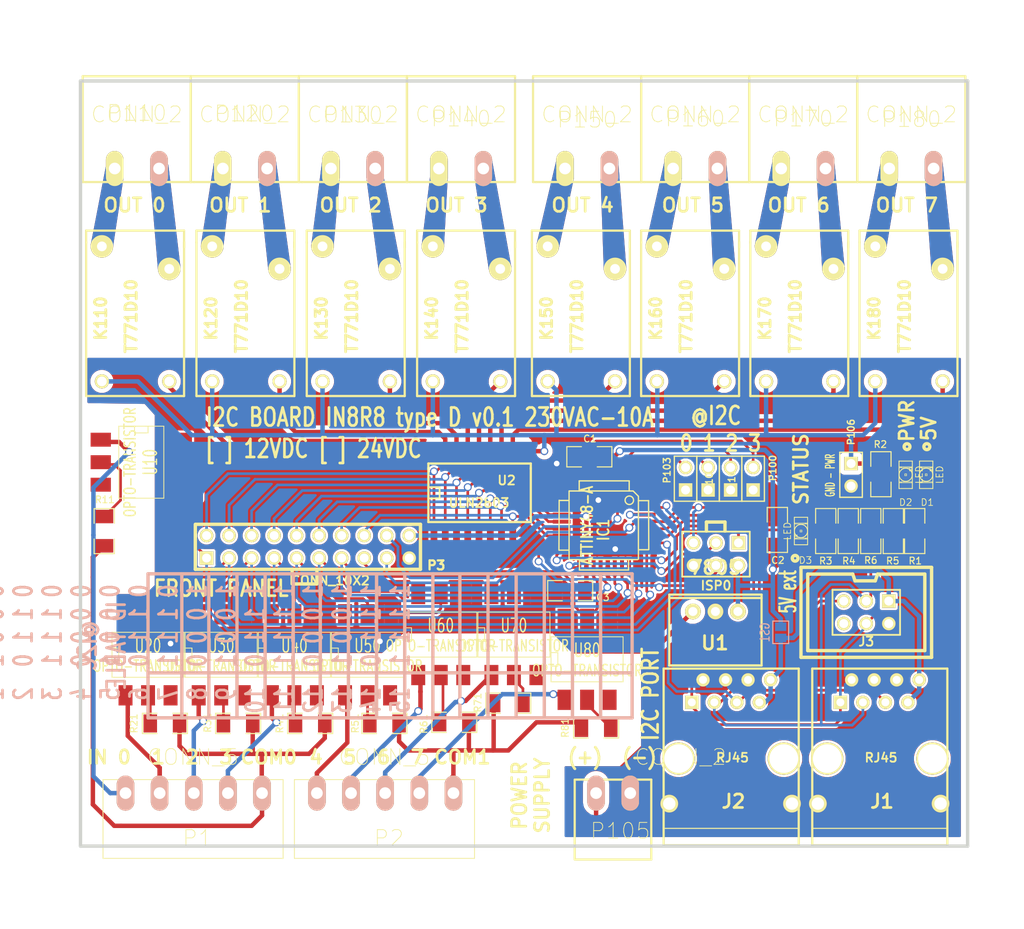
<source format=kicad_pcb>
(kicad_pcb (version 3) (host pcbnew "(2013-mar-13)-testing")
  (title_block (title "4in4out I2C board") (rev 0) (company "XPLDUINO project") (comment 1 "GNU GPL v2") (comment 2 "Domotic Open Source "))
  (layers (15 Dessus signal) (0 Dessous signal) (18 B.Paste user) (19 F.Paste user) (20 B.SilkS user hide) (21 F.SilkS user) (22 B.Mask user) (23 F.Mask user) (28 Edge.Cuts user))
  (net 0 "")
  (net 1 +12V)
  (net 2 +5V)
  (net 3 /230_110_1)
  (net 4 /230_110_2)
  (net 5 /230_120_1)
  (net 6 /230_120_2)
  (net 7 /230_130_1)
  (net 8 /230_130_2)
  (net 9 /230_140_1)
  (net 10 /230_140_2)
  (net 11 /230_150_1)
  (net 12 /230_150_2)
  (net 13 /230_160_1)
  (net 14 /230_160_2)
  (net 15 /230_170_1)
  (net 16 /230_170_2)
  (net 17 /230_180_1)
  (net 18 /230_180_2)
  (net 19 /INT)
  (net 20 5V_EXT)
  (net 21 A0)
  (net 22 A1)
  (net 23 A2)
  (net 24 A3)
  (net 25 CMD0)
  (net 26 CMD1)
  (net 27 CMD2)
  (net 28 CMD3)
  (net 29 CMD4)
  (net 30 CMD5)
  (net 31 CMD6)
  (net 32 CMD7)
  (net 33 COM0)
  (net 34 COM1)
  (net 35 GND)
  (net 36 IN0)
  (net 37 IN1)
  (net 38 IN2)
  (net 39 IN3)
  (net 40 IN4)
  (net 41 IN5)
  (net 42 IN6)
  (net 43 IN7)
  (net 44 LED)
  (net 45 MISO)
  (net 46 MOSI)
  (net 47 N-0000050)
  (net 48 N-0000051)
  (net 49 N-0000052)
  (net 50 N-0000053)
  (net 51 N-0000054)
  (net 52 N-0000055)
  (net 53 N-0000056)
  (net 54 N-0000057)
  (net 55 N-0000058)
  (net 56 N-0000059)
  (net 57 N-0000060)
  (net 58 N-0000061)
  (net 59 N-0000062)
  (net 60 N-0000063)
  (net 61 N-0000064)
  (net 62 N-0000072)
  (net 63 N-0000077)
  (net 64 N-0000079)
  (net 65 N-0000080)
  (net 66 N-0000081)
  (net 67 N-0000084)
  (net 68 N-0000085)
  (net 69 N-0000086)
  (net 70 N-0000087)
  (net 71 N-0000088)
  (net 72 N-0000089)
  (net 73 N-0000090)
  (net 74 N-0000092)
  (net 75 OUT0)
  (net 76 OUT1)
  (net 77 OUT2)
  (net 78 OUT3)
  (net 79 OUT4)
  (net 80 OUT5)
  (net 81 OUT6)
  (net 82 OUT7)
  (net 83 R0)
  (net 84 R1)
  (net 85 R2)
  (net 86 R3)
  (net 87 R4)
  (net 88 R5)
  (net 89 R6)
  (net 90 R7)
  (net 91 RESET)
  (net 92 SCK)
  (net 93 SCL)
  (net 94 SDA)
  (module SOIC18 (layer Dessus) (at 226.568 117.602)
    (fp_text reference U2 (at 3.1115 -1.397) (layer F.SilkS) (effects (font (size 1.016 1.016) (thickness 0.2032))))
    (fp_text value ULN2803 (at 0 1.143) (layer F.SilkS) (effects (font (size 1.016 1.016) (thickness 0.2032))))
    (pad 1 smd rect (at -5.08 4.7) (size 0.762 2) (layers Dessus F.Paste F.Mask) (net 75 OUT0))
    (pad 2 smd rect (at -3.81 4.699) (size 0.762 2) (layers Dessus F.Paste F.Mask) (net 76 OUT1))
    (pad 3 smd rect (at -2.54 4.699) (size 0.762 2) (layers Dessus F.Paste F.Mask) (net 77 OUT2))
    (pad 4 smd rect (at -1.27 4.699) (size 0.762 2) (layers Dessus F.Paste F.Mask) (net 78 OUT3))
    (pad 5 smd rect (at 0 4.699) (size 0.762 2) (layers Dessus F.Paste F.Mask) (net 79 OUT4))
    (pad 6 smd rect (at 1.27 4.699) (size 0.762 2) (layers Dessus F.Paste F.Mask) (net 80 OUT5))
    (pad 7 smd rect (at 2.54 4.699) (size 0.762 2) (layers Dessus F.Paste F.Mask) (net 81 OUT6))
    (pad 8 smd rect (at 3.81 4.699) (size 0.762 2) (layers Dessus F.Paste F.Mask) (net 82 OUT7))
    (pad 9 smd rect (at 5.08 4.699) (size 0.762 2) (layers Dessus F.Paste F.Mask) (net 35 GND))
    (pad 10 smd rect (at 5.08 -4.699) (size 0.762 2) (layers Dessus F.Paste F.Mask) (net 1 +12V))
    (pad 11 smd rect (at 3.81 -4.699) (size 0.762 2) (layers Dessus F.Paste F.Mask) (net 90 R7))
    (pad 12 smd rect (at 2.54 -4.699) (size 0.762 2) (layers Dessus F.Paste F.Mask) (net 89 R6))
    (pad 18 smd rect (at -5.08 -4.7) (size 0.762 2) (layers Dessus F.Paste F.Mask) (net 83 R0))
    (pad 17 smd rect (at -3.81 -4.699) (size 0.762 2) (layers Dessus F.Paste F.Mask) (net 84 R1))
    (pad 16 smd rect (at -2.54 -4.699) (size 0.762 2) (layers Dessus F.Paste F.Mask) (net 85 R2))
    (pad 15 smd rect (at -1.27 -4.699) (size 0.762 2) (layers Dessus F.Paste F.Mask) (net 86 R3))
    (pad 14 smd rect (at 0 -4.699) (size 0.762 2) (layers Dessus F.Paste F.Mask) (net 87 R4))
    (pad 13 smd rect (at 1.27 -4.699) (size 0.762 2) (layers Dessus F.Paste F.Mask) (net 88 R5))
  )
  (module pin_array_10x2 (layer Dessus) (at 209.804 123.698)
    (fp_text reference P3 (at 11.938 2.0955) (layer F.SilkS) (effects (font (size 1.016 1.016) (thickness 0.27432))))
    (fp_text value CONN_10X2 (at 0 3.81) (layer F.SilkS) (effects (font (size 1.016 1.016) (thickness 0.2032))))
    (pad 1 thru_hole rect (at -13.97 1.27) (size 1.524 1.524) (drill 1.016) (layers *.Cu *.Mask F.SilkS) (net 25 CMD0))
    (pad 2 thru_hole circle (at -13.97 -1.27) (size 1.524 1.524) (drill 1.016) (layers *.Cu *.Mask F.SilkS) (net 75 OUT0))
    (pad 3 thru_hole circle (at -11.43 1.27) (size 1.524 1.524) (drill 1.016) (layers *.Cu *.Mask F.SilkS) (net 26 CMD1))
    (pad 4 thru_hole circle (at -11.43 -1.27) (size 1.524 1.524) (drill 1.016) (layers *.Cu *.Mask F.SilkS) (net 76 OUT1))
    (pad 5 thru_hole circle (at -8.89 1.27) (size 1.524 1.524) (drill 1.016) (layers *.Cu *.Mask F.SilkS) (net 27 CMD2))
    (pad 6 thru_hole circle (at -8.89 -1.27) (size 1.524 1.524) (drill 1.016) (layers *.Cu *.Mask F.SilkS) (net 77 OUT2))
    (pad 7 thru_hole circle (at -6.35 1.27) (size 1.524 1.524) (drill 1.016) (layers *.Cu *.Mask F.SilkS) (net 28 CMD3))
    (pad 8 thru_hole circle (at -6.35 -1.27) (size 1.524 1.524) (drill 1.016) (layers *.Cu *.Mask F.SilkS) (net 78 OUT3))
    (pad 9 thru_hole circle (at -3.81 1.27) (size 1.524 1.524) (drill 1.016) (layers *.Cu *.Mask F.SilkS) (net 29 CMD4))
    (pad 10 thru_hole circle (at -3.81 -1.27) (size 1.524 1.524) (drill 1.016) (layers *.Cu *.Mask F.SilkS) (net 79 OUT4))
    (pad 11 thru_hole circle (at -1.27 1.27) (size 1.524 1.524) (drill 1.016) (layers *.Cu *.Mask F.SilkS) (net 30 CMD5))
    (pad 12 thru_hole circle (at -1.27 -1.27) (size 1.524 1.524) (drill 1.016) (layers *.Cu *.Mask F.SilkS) (net 80 OUT5))
    (pad 13 thru_hole circle (at 1.27 1.27) (size 1.524 1.524) (drill 1.016) (layers *.Cu *.Mask F.SilkS) (net 31 CMD6))
    (pad 14 thru_hole circle (at 1.27 -1.27) (size 1.524 1.524) (drill 1.016) (layers *.Cu *.Mask F.SilkS) (net 81 OUT6))
    (pad 15 thru_hole circle (at 3.81 1.27) (size 1.524 1.524) (drill 1.016) (layers *.Cu *.Mask F.SilkS) (net 32 CMD7))
    (pad 16 thru_hole circle (at 3.81 -1.27) (size 1.524 1.524) (drill 1.016) (layers *.Cu *.Mask F.SilkS) (net 82 OUT7))
    (pad 17 thru_hole circle (at 6.35 1.27) (size 1.524 1.524) (drill 1.016) (layers *.Cu *.Mask F.SilkS) (net 91 RESET))
    (pad 18 thru_hole circle (at 6.35 -1.27) (size 1.524 1.524) (drill 1.016) (layers *.Cu *.Mask F.SilkS) (net 44 LED))
    (pad 19 thru_hole circle (at 8.89 1.27) (size 1.524 1.524) (drill 1.016) (layers *.Cu *.Mask F.SilkS) (net 35 GND))
    (pad 20 thru_hole circle (at 8.89 -1.27) (size 1.524 1.524) (drill 1.016) (layers *.Cu *.Mask F.SilkS) (net 2 +5V))
  )
  (module TQFP32 (layer Dessus) (at 240.665 121.285 270)
    (fp_text reference IC1 (at 0.508 0.0635 270) (layer F.SilkS) (effects (font (size 1.27 1.016) (thickness 0.2032))))
    (fp_text value ATTINY48-A (at 0 1.905 270) (layer F.SilkS) (effects (font (size 1.27 1.016) (thickness 0.2032))))
    (pad 8 smd rect (at -4.81584 2.77622 270) (size 1.99898 0.44958) (layers Dessus F.Paste F.Mask) (net 75 OUT0))
    (pad 7 smd rect (at -4.81584 1.97612 270) (size 1.99898 0.44958) (layers Dessus F.Paste F.Mask) (net 76 OUT1))
    (pad 6 smd rect (at -4.81584 1.17602 270) (size 1.99898 0.44958) (layers Dessus F.Paste F.Mask) (net 24 A3))
    (pad 5 smd rect (at -4.81584 0.37592 270) (size 1.99898 0.44958) (layers Dessus F.Paste F.Mask) (net 35 GND))
    (pad 4 smd rect (at -4.81584 -0.42418 270) (size 1.99898 0.44958) (layers Dessus F.Paste F.Mask) (net 2 +5V))
    (pad 3 smd rect (at -4.81584 -1.22428 270) (size 1.99898 0.44958) (layers Dessus F.Paste F.Mask) (net 23 A2))
    (pad 2 smd rect (at -4.81584 -2.02438 270) (size 1.99898 0.44958) (layers Dessus F.Paste F.Mask) (net 22 A1))
    (pad 1 smd rect (at -4.81584 -2.82448 270) (size 1.99898 0.44958) (layers Dessus F.Paste F.Mask) (net 21 A0))
    (pad 24 smd rect (at 4.7498 -2.8194 270) (size 1.99898 0.44958) (layers Dessus F.Paste F.Mask) (net 28 CMD3))
    (pad 17 smd rect (at 4.7498 2.794 270) (size 1.99898 0.44958) (layers Dessus F.Paste F.Mask) (net 92 SCK))
    (pad 18 smd rect (at 4.7498 1.9812 270) (size 1.99898 0.44958) (layers Dessus F.Paste F.Mask) (net 2 +5V))
    (pad 19 smd rect (at 4.7498 1.1684 270) (size 1.99898 0.44958) (layers Dessus F.Paste F.Mask) (net 32 CMD7))
    (pad 20 smd rect (at 4.7498 0.381 270) (size 1.99898 0.44958) (layers Dessus F.Paste F.Mask) (net 31 CMD6))
    (pad 21 smd rect (at 4.7498 -0.4318 270) (size 1.99898 0.44958) (layers Dessus F.Paste F.Mask) (net 35 GND))
    (pad 22 smd rect (at 4.7498 -1.2192 270) (size 1.99898 0.44958) (layers Dessus F.Paste F.Mask) (net 30 CMD5))
    (pad 23 smd rect (at 4.7498 -2.032 270) (size 1.99898 0.44958) (layers Dessus F.Paste F.Mask) (net 29 CMD4))
    (pad 32 smd rect (at -2.82448 -4.826 270) (size 0.44958 1.99898) (layers Dessus F.Paste F.Mask) (net 44 LED))
    (pad 31 smd rect (at -2.02692 -4.826 270) (size 0.44958 1.99898) (layers Dessus F.Paste F.Mask) (net 19 /INT))
    (pad 30 smd rect (at -1.22428 -4.826 270) (size 0.44958 1.99898) (layers Dessus F.Paste F.Mask) (net 25 CMD0))
    (pad 29 smd rect (at -0.42672 -4.826 270) (size 0.44958 1.99898) (layers Dessus F.Paste F.Mask) (net 91 RESET))
    (pad 28 smd rect (at 0.37592 -4.826 270) (size 0.44958 1.99898) (layers Dessus F.Paste F.Mask) (net 93 SCL))
    (pad 27 smd rect (at 1.17348 -4.826 270) (size 0.44958 1.99898) (layers Dessus F.Paste F.Mask) (net 94 SDA))
    (pad 26 smd rect (at 1.97612 -4.826 270) (size 0.44958 1.99898) (layers Dessus F.Paste F.Mask) (net 26 CMD1))
    (pad 25 smd rect (at 2.77368 -4.826 270) (size 0.44958 1.99898) (layers Dessus F.Paste F.Mask) (net 27 CMD2))
    (pad 9 smd rect (at -2.8194 4.7752 270) (size 0.44958 1.99898) (layers Dessus F.Paste F.Mask) (net 77 OUT2))
    (pad 10 smd rect (at -2.032 4.7752 270) (size 0.44958 1.99898) (layers Dessus F.Paste F.Mask) (net 78 OUT3))
    (pad 11 smd rect (at -1.2192 4.7752 270) (size 0.44958 1.99898) (layers Dessus F.Paste F.Mask) (net 79 OUT4))
    (pad 12 smd rect (at -0.4318 4.7752 270) (size 0.44958 1.99898) (layers Dessus F.Paste F.Mask) (net 80 OUT5))
    (pad 13 smd rect (at 0.3556 4.7752 270) (size 0.44958 1.99898) (layers Dessus F.Paste F.Mask) (net 81 OUT6))
    (pad 14 smd rect (at 1.1684 4.7752 270) (size 0.44958 1.99898) (layers Dessus F.Paste F.Mask) (net 82 OUT7))
    (pad 15 smd rect (at 1.9812 4.7752 270) (size 0.44958 1.99898) (layers Dessus F.Paste F.Mask) (net 46 MOSI))
    (pad 16 smd rect (at 2.794 4.7752 270) (size 0.44958 1.99898) (layers Dessus F.Paste F.Mask) (net 45 MISO))
  )
  (module MOL_CONN_5_MINI (layer Dessus) (at 208.28 151.5)
    (fp_text reference P2 (at 8.128 5.08) (layer F.SilkS) (effects (font (size 1.778 1.778) (thickness 0.0889))))
    (fp_text value CONN_5 (at 7.62 -4.064) (layer F.SilkS) (effects (font (size 1.778 1.778) (thickness 0.0889))))
    (pad 1 thru_hole oval (at 0 0) (size 1.9812 3.9624) (drill 1.3208) (layers *.Cu *.SilkS *.Mask F.Paste) (net 40 IN4))
    (pad 2 thru_hole oval (at 3.85 0) (size 1.9812 3.9624) (drill 1.3208) (layers *.Cu *.SilkS *.Mask F.Paste) (net 41 IN5))
    (pad 3 thru_hole oval (at 7.7 0) (size 1.9812 3.9624) (drill 1.3208) (layers *.Cu *.SilkS *.Mask F.Paste) (net 42 IN6))
    (pad 4 thru_hole oval (at 11.55 0) (size 1.9812 3.9624) (drill 1.3208) (layers *.Cu *.SilkS *.Mask F.Paste) (net 43 IN7))
    (pad 5 thru_hole oval (at 15.4 0) (size 1.9812 3.9624) (drill 1.3208) (layers *.Cu *.SilkS *.Mask F.Paste) (net 34 COM1))
  )
  (module MOL_CONN_5_MINI (layer Dessus) (at 186.69 151.5)
    (fp_text reference P1 (at 8.128 5.08) (layer F.SilkS) (effects (font (size 1.778 1.778) (thickness 0.0889))))
    (fp_text value CONN_5 (at 7.62 -4.064) (layer F.SilkS) (effects (font (size 1.778 1.778) (thickness 0.0889))))
    (pad 1 thru_hole oval (at 0 0) (size 1.9812 3.9624) (drill 1.3208) (layers *.Cu *.SilkS *.Mask F.Paste) (net 36 IN0))
    (pad 2 thru_hole oval (at 3.85 0) (size 1.9812 3.9624) (drill 1.3208) (layers *.Cu *.SilkS *.Mask F.Paste) (net 37 IN1))
    (pad 3 thru_hole oval (at 7.7 0) (size 1.9812 3.9624) (drill 1.3208) (layers *.Cu *.SilkS *.Mask F.Paste) (net 38 IN2))
    (pad 4 thru_hole oval (at 11.55 0) (size 1.9812 3.9624) (drill 1.3208) (layers *.Cu *.SilkS *.Mask F.Paste) (net 39 IN3))
    (pad 5 thru_hole oval (at 15.4 0) (size 1.9812 3.9624) (drill 1.3208) (layers *.Cu *.SilkS *.Mask F.Paste) (net 33 COM0))
  )
  (module HE10-6 (layer Dessus) (at 270.256 131.096 180)
    (fp_text reference J3 (at 0 -3.302 180) (layer F.SilkS) (effects (font (size 1.016 1.016) (thickness 0.2032))))
    (fp_text value CONN_6 hide)
    (pad 1 thru_hole rect (at -2.54 1.27 180) (size 1.524 1.524) (drill 1.016) (layers *.Cu *.Mask F.SilkS) (net 20 5V_EXT))
    (pad 2 thru_hole circle (at -2.54 -1.27 180) (size 1.524 1.524) (drill 1.016) (layers *.Cu *.Mask F.SilkS) (net 35 GND))
    (pad 3 thru_hole circle (at 0 1.27 180) (size 1.524 1.524) (drill 1.016) (layers *.Cu *.Mask F.SilkS) (net 93 SCL))
    (pad 4 thru_hole circle (at 0 -1.27 180) (size 1.524 1.524) (drill 1.016) (layers *.Cu *.Mask F.SilkS) (net 94 SDA))
    (pad 5 thru_hole circle (at 2.54 1.27 180) (size 1.524 1.524) (drill 1.016) (layers *.Cu *.Mask F.SilkS) (net 19 /INT))
    (pad 6 thru_hole circle (at 2.54 -1.27 180) (size 1.524 1.524) (drill 1.016) (layers *.Cu *.Mask F.SilkS) (net 74 N-0000092))
  )
  (module LED-1206 (layer Dessus) (at 277.0124 115.57 90)
    (fp_text reference D1 (at -3.1115 0.127 180) (layer F.SilkS) (effects (font (size 0.762 0.762) (thickness 0.0889))))
    (fp_text value LED (at 0 1.524 90) (layer F.SilkS) (effects (font (size 0.762 0.762) (thickness 0.0889))))
    (pad 1 smd rect (at -1.41986 0 90) (size 1.59766 1.80086) (layers Dessus F.Paste F.Mask) (net 73 N-0000090))
    (pad 2 smd rect (at 1.41986 0 90) (size 1.59766 1.80086) (layers Dessus F.Paste F.Mask) (net 35 GND))
  )
  (module LED-1206 (layer Dessus) (at 274.701 115.57 90)
    (fp_text reference D2 (at -3.1115 0 180) (layer F.SilkS) (effects (font (size 0.762 0.762) (thickness 0.0889))))
    (fp_text value LED (at 0 1.524 90) (layer F.SilkS) (effects (font (size 0.762 0.762) (thickness 0.0889))))
    (pad 1 smd rect (at -1.41986 0 90) (size 1.59766 1.80086) (layers Dessus F.Paste F.Mask) (net 72 N-0000089))
    (pad 2 smd rect (at 1.41986 0 90) (size 1.59766 1.80086) (layers Dessus F.Paste F.Mask) (net 35 GND))
  )
  (module LED-1206 (layer Dessus) (at 262.89 121.92 270)
    (fp_text reference D3 (at 3.302 -0.508 360) (layer F.SilkS) (effects (font (size 0.762 0.762) (thickness 0.0889))))
    (fp_text value LED (at 0 1.524 270) (layer F.SilkS) (effects (font (size 0.762 0.762) (thickness 0.0889))))
    (pad 1 smd rect (at -1.41986 0 270) (size 1.59766 1.80086) (layers Dessus F.Paste F.Mask) (net 44 LED))
    (pad 2 smd rect (at 1.41986 0 270) (size 1.59766 1.80086) (layers Dessus F.Paste F.Mask) (net 63 N-0000077))
  )
  (module PIN_ARRAY_2X1 (layer Dessus) (at 257.4925 116.0145 90)
    (fp_text reference P100 (at 1.2065 2.2225 90) (layer F.SilkS) (effects (font (size 0.762 0.762) (thickness 0.1524))))
    (fp_text value CONN_2 hide)
    (pad 1 thru_hole rect (at -1.27 0 90) (size 1.524 1.524) (drill 1.016) (layers *.Cu *.Mask F.SilkS) (net 35 GND))
    (pad 2 thru_hole circle (at 1.27 0 90) (size 1.524 1.524) (drill 1.016) (layers *.Cu *.Mask F.SilkS) (net 24 A3))
  )
  (module PIN_ARRAY_2X1 (layer Dessus) (at 254.9525 116.0145 90)
    (fp_text reference P101 (at 0.254 0.127 90) (layer F.SilkS) (effects (font (size 0.762 0.762) (thickness 0.1524))))
    (fp_text value CONN_2 hide)
    (pad 1 thru_hole rect (at -1.27 0 90) (size 1.524 1.524) (drill 1.016) (layers *.Cu *.Mask F.SilkS) (net 35 GND))
    (pad 2 thru_hole circle (at 1.27 0 90) (size 1.524 1.524) (drill 1.016) (layers *.Cu *.Mask F.SilkS) (net 23 A2))
  )
  (module PIN_ARRAY_2X1 (layer Dessus) (at 249.8725 116.0145 90)
    (fp_text reference P103 (at 0.9525 -2.0955 90) (layer F.SilkS) (effects (font (size 0.762 0.762) (thickness 0.1524))))
    (fp_text value CONN_2 hide)
    (pad 1 thru_hole rect (at -1.27 0 90) (size 1.524 1.524) (drill 1.016) (layers *.Cu *.Mask F.SilkS) (net 35 GND))
    (pad 2 thru_hole circle (at 1.27 0 90) (size 1.524 1.524) (drill 1.016) (layers *.Cu *.Mask F.SilkS) (net 21 A0))
  )
  (module PIN_ARRAY_2X1 (layer Dessus) (at 268.5415 115.57 270)
    (fp_text reference P106 (at -4.826 0 270) (layer F.SilkS) (effects (font (size 0.762 0.762) (thickness 0.1524))))
    (fp_text value CONN_2 hide)
    (pad 1 thru_hole rect (at -1.27 0 270) (size 1.524 1.524) (drill 1.016) (layers *.Cu *.Mask F.SilkS) (net 1 +12V))
    (pad 2 thru_hole circle (at 1.27 0 270) (size 1.524 1.524) (drill 1.016) (layers *.Cu *.Mask F.SilkS) (net 35 GND))
  )
  (module PIN_ARRAY_2X1 (layer Dessus) (at 252.4125 116.0145 90)
    (fp_text reference P102 (at 0 0.127 90) (layer F.SilkS) (effects (font (size 0.762 0.762) (thickness 0.1524))))
    (fp_text value CONN_2 hide)
    (pad 1 thru_hole rect (at -1.27 0 90) (size 1.524 1.524) (drill 1.016) (layers *.Cu *.Mask F.SilkS) (net 35 GND))
    (pad 2 thru_hole circle (at 1.27 0 90) (size 1.524 1.524) (drill 1.016) (layers *.Cu *.Mask F.SilkS) (net 22 A1))
  )
  (module SM1206 (layer Dessus) (at 215.9 143.637)
    (fp_text reference R51 (at -3.302 0 90) (layer F.SilkS) (effects (font (size 0.762 0.762) (thickness 0.127))))
    (fp_text value 2KR hide)
    (pad 1 smd rect (at -1.651 0) (size 1.524 2.032) (layers Dessus F.Paste F.Mask) (net 55 N-0000058))
    (pad 2 smd rect (at 1.651 0) (size 1.524 2.032) (layers Dessus F.Paste F.Mask) (net 34 COM1))
  )
  (module SM1206 (layer Dessus) (at 268.224 121.92 90)
    (fp_text reference R4 (at -3.3655 0.0635 360) (layer F.SilkS) (effects (font (size 0.762 0.762) (thickness 0.127))))
    (fp_text value 10KR hide)
    (pad 1 smd rect (at -1.651 0 90) (size 1.524 2.032) (layers Dessus F.Paste F.Mask) (net 2 +5V))
    (pad 2 smd rect (at 1.651 0 90) (size 1.524 2.032) (layers Dessus F.Paste F.Mask) (net 91 RESET))
  )
  (module SM1206 (layer Dessus) (at 265.684 121.92 90)
    (fp_text reference R3 (at -3.3655 0 180) (layer F.SilkS) (effects (font (size 0.762 0.762) (thickness 0.127))))
    (fp_text value 2KR hide)
    (pad 1 smd rect (at -1.651 0 90) (size 1.524 2.032) (layers Dessus F.Paste F.Mask) (net 63 N-0000077))
    (pad 2 smd rect (at 1.651 0 90) (size 1.524 2.032) (layers Dessus F.Paste F.Mask) (net 35 GND))
  )
  (module SM1206 (layer Dessus) (at 260.223 121.793 90)
    (fp_text reference C2 (at -3.429 0.0635 180) (layer F.SilkS) (effects (font (size 0.762 0.762) (thickness 0.127))))
    (fp_text value 0.1uF hide)
    (pad 1 smd rect (at -1.651 0 90) (size 1.524 2.032) (layers Dessus F.Paste F.Mask) (net 2 +5V))
    (pad 2 smd rect (at 1.651 0 90) (size 1.524 2.032) (layers Dessus F.Paste F.Mask) (net 35 GND))
  )
  (module SM1206 (layer Dessus) (at 239.014 113.538 180)
    (fp_text reference C1 (at -0.0635 2.032 180) (layer F.SilkS) (effects (font (size 0.762 0.762) (thickness 0.127))))
    (fp_text value 0.1uF hide)
    (pad 1 smd rect (at -1.651 0 180) (size 1.524 2.032) (layers Dessus F.Paste F.Mask) (net 2 +5V))
    (pad 2 smd rect (at 1.651 0 180) (size 1.524 2.032) (layers Dessus F.Paste F.Mask) (net 35 GND))
  )
  (module SM1206 (layer Dessus) (at 271.907 115.5065 270)
    (fp_text reference R2 (at -3.3655 0.0635 360) (layer F.SilkS) (effects (font (size 0.762 0.762) (thickness 0.127))))
    (fp_text value 4.7KR hide)
    (pad 1 smd rect (at -1.651 0 270) (size 1.524 2.032) (layers Dessus F.Paste F.Mask) (net 1 +12V))
    (pad 2 smd rect (at 1.651 0 270) (size 1.524 2.032) (layers Dessus F.Paste F.Mask) (net 72 N-0000089))
  )
  (module SM1206 (layer Dessus) (at 199.39 143.637)
    (fp_text reference R31 (at -3.429 -0.0635 90) (layer F.SilkS) (effects (font (size 0.762 0.762) (thickness 0.127))))
    (fp_text value 2KR hide)
    (pad 1 smd rect (at -1.651 0) (size 1.524 2.032) (layers Dessus F.Paste F.Mask) (net 62 N-0000072))
    (pad 2 smd rect (at 1.651 0) (size 1.524 2.032) (layers Dessus F.Paste F.Mask) (net 33 COM0))
  )
  (module SM1206 (layer Dessus) (at 275.717 121.92 90)
    (fp_text reference R1 (at -3.3655 0.0635 180) (layer F.SilkS) (effects (font (size 0.762 0.762) (thickness 0.127))))
    (fp_text value 2KR hide)
    (pad 1 smd rect (at -1.651 0 90) (size 1.524 2.032) (layers Dessus F.Paste F.Mask) (net 2 +5V))
    (pad 2 smd rect (at 1.651 0 90) (size 1.524 2.032) (layers Dessus F.Paste F.Mask) (net 73 N-0000090))
  )
  (module SM1206 (layer Dessus) (at 191.135 143.637)
    (fp_text reference R21 (at -3.4925 0 90) (layer F.SilkS) (effects (font (size 0.762 0.762) (thickness 0.127))))
    (fp_text value 2KR hide)
    (pad 1 smd rect (at -1.651 0) (size 1.524 2.032) (layers Dessus F.Paste F.Mask) (net 67 N-0000084))
    (pad 2 smd rect (at 1.651 0) (size 1.524 2.032) (layers Dessus F.Paste F.Mask) (net 33 COM0))
  )
  (module SM1206 (layer Dessus) (at 207.518 143.637)
    (fp_text reference R41 (at -3.429 0 90) (layer F.SilkS) (effects (font (size 0.762 0.762) (thickness 0.127))))
    (fp_text value 2KR hide)
    (pad 1 smd rect (at -1.651 0) (size 1.524 2.032) (layers Dessus F.Paste F.Mask) (net 56 N-0000059))
    (pad 2 smd rect (at 1.651 0) (size 1.524 2.032) (layers Dessus F.Paste F.Mask) (net 33 COM0))
  )
  (module SM1206 (layer Dessus) (at 239.776 144.145 180)
    (fp_text reference R81 (at 3.4925 0 270) (layer F.SilkS) (effects (font (size 0.762 0.762) (thickness 0.127))))
    (fp_text value 2KR hide)
    (pad 1 smd rect (at -1.651 0 180) (size 1.524 2.032) (layers Dessus F.Paste F.Mask) (net 52 N-0000055))
    (pad 2 smd rect (at 1.651 0 180) (size 1.524 2.032) (layers Dessus F.Paste F.Mask) (net 34 COM1))
  )
  (module SM1206 (layer Dessus) (at 223.774 143.51)
    (fp_text reference R61 (at -3.429 0.1905 90) (layer F.SilkS) (effects (font (size 0.762 0.762) (thickness 0.127))))
    (fp_text value 2KR hide)
    (pad 1 smd rect (at -1.651 0) (size 1.524 2.032) (layers Dessus F.Paste F.Mask) (net 48 N-0000051))
    (pad 2 smd rect (at 1.651 0) (size 1.524 2.032) (layers Dessus F.Paste F.Mask) (net 34 COM1))
  )
  (module SM1206 (layer Dessus) (at 229.87 141.351 180)
    (fp_text reference R71 (at 3.429 0.0635 270) (layer F.SilkS) (effects (font (size 0.762 0.762) (thickness 0.127))))
    (fp_text value 2KR hide)
    (pad 1 smd rect (at -1.651 0 180) (size 1.524 2.032) (layers Dessus F.Paste F.Mask) (net 49 N-0000052))
    (pad 2 smd rect (at 1.651 0 180) (size 1.524 2.032) (layers Dessus F.Paste F.Mask) (net 34 COM1))
  )
  (module pin_array_3x2 (layer Dessus) (at 253.3015 124.5235 180)
    (fp_text reference ISP0 (at 0 -3.556 180) (layer F.SilkS) (effects (font (size 1.016 1.016) (thickness 0.2032))))
    (fp_text value CONN_3X2 hide)
    (pad 1 thru_hole rect (at -2.54 1.27 180) (size 1.524 1.524) (drill 1.016) (layers *.Cu *.Mask F.SilkS) (net 45 MISO))
    (pad 2 thru_hole circle (at -2.54 -1.27 180) (size 1.524 1.524) (drill 1.016) (layers *.Cu *.Mask F.SilkS) (net 2 +5V))
    (pad 3 thru_hole circle (at 0 1.27 180) (size 1.524 1.524) (drill 1.016) (layers *.Cu *.Mask F.SilkS) (net 92 SCK))
    (pad 4 thru_hole circle (at 0 -1.27 180) (size 1.524 1.524) (drill 1.016) (layers *.Cu *.Mask F.SilkS) (net 46 MOSI))
    (pad 5 thru_hole circle (at 2.54 1.27 180) (size 1.524 1.524) (drill 1.016) (layers *.Cu *.Mask F.SilkS) (net 91 RESET))
    (pad 6 thru_hole circle (at 2.54 -1.27 180) (size 1.524 1.524) (drill 1.016) (layers *.Cu *.Mask F.SilkS) (net 35 GND))
  )
  (module SM1206 (layer Dessus) (at 184.2897 121.9327 270)
    (fp_text reference R11 (at -3.556 -0.0635 360) (layer F.SilkS) (effects (font (size 0.762 0.762) (thickness 0.127))))
    (fp_text value 2KR hide)
    (pad 1 smd rect (at -1.651 0 270) (size 1.524 2.032) (layers Dessus F.Paste F.Mask) (net 64 N-0000079))
    (pad 2 smd rect (at 1.651 0 270) (size 1.524 2.032) (layers Dessus F.Paste F.Mask) (net 33 COM0))
  )
  (module SM1206 (layer Dessus) (at 273.304 121.92 270)
    (fp_text reference R5 (at 3.3655 0.0635 360) (layer F.SilkS) (effects (font (size 0.762 0.762) (thickness 0.127))))
    (fp_text value 10KR hide)
    (pad 1 smd rect (at -1.651 0 270) (size 1.524 2.032) (layers Dessus F.Paste F.Mask) (net 2 +5V))
    (pad 2 smd rect (at 1.651 0 270) (size 1.524 2.032) (layers Dessus F.Paste F.Mask) (net 94 SDA))
  )
  (module SM1206 (layer Dessus) (at 270.764 121.92 270)
    (fp_text reference R6 (at 3.302 0 360) (layer F.SilkS) (effects (font (size 0.762 0.762) (thickness 0.127))))
    (fp_text value 10KR hide)
    (pad 1 smd rect (at -1.651 0 270) (size 1.524 2.032) (layers Dessus F.Paste F.Mask) (net 2 +5V))
    (pad 2 smd rect (at 1.651 0 270) (size 1.524 2.032) (layers Dessus F.Paste F.Mask) (net 93 SCL))
  )
  (module MOL_CONN_2_MINI (layer Dessus) (at 241.681 151.5)
    (fp_text reference P105 (at 0.8255 4.2655) (layer F.SilkS) (effects (font (size 1.778 1.778) (thickness 0.0889))))
    (fp_text value CONN_2 (at 7.62 -4.064) (layer F.SilkS) (effects (font (size 1.778 1.778) (thickness 0.0889))))
    (pad 1 thru_hole oval (at -1.905 0) (size 1.9812 3.9624) (drill 1.3208) (layers *.Cu *.SilkS *.Mask F.Paste) (net 1 +12V))
    (pad 2 thru_hole oval (at 1.945 0) (size 1.9812 3.9624) (drill 1.3208) (layers *.Cu *.SilkS *.Mask F.Paste) (net 35 GND))
  )
  (module SM1206 (layer Dessus) (at 236.855 128.651 180)
    (fp_text reference C3 (at -3.683 -0.762 360) (layer F.SilkS) (effects (font (size 0.762 0.762) (thickness 0.127))))
    (fp_text value 4.7uF hide)
    (pad 1 smd rect (at -1.651 0 180) (size 1.524 2.032) (layers Dessus F.Paste F.Mask) (net 2 +5V))
    (pad 2 smd rect (at 1.651 0 180) (size 1.524 2.032) (layers Dessus F.Paste F.Mask) (net 35 GND))
  )
  (module T771D10 (layer Dessus) (at 184.023 105.029 90)
    (fp_text reference K110 (at 7.112 -0.127 90) (layer F.SilkS) (effects (font (size 1.27 1.27) (thickness 0.3175))))
    (fp_text value T771D10 (at 7.366 3.302 90) (layer F.SilkS) (effects (font (size 1.27 1.27) (thickness 0.3175))))
    (pad 1 thru_hole circle (at 0 0 90) (size 1.6002 1.6002) (drill 1.09982) (layers *.Cu *.Mask F.SilkS) (net 1 +12V))
    (pad 2 thru_hole circle (at 0 7.6 90) (size 1.6002 1.6002) (drill 1.09982) (layers *.Cu *.Mask F.SilkS) (net 83 R0))
    (pad 3 thru_hole circle (at 12.7 7.6 90) (size 2.54 2.54) (drill 1.09982) (layers *.Cu *.Mask F.SilkS) (net 3 /230_110_1))
    (pad 4 thru_hole circle (at 15.24 0 90) (size 2.54 2.54) (drill 1.09982) (layers *.Cu *.Mask F.SilkS) (net 4 /230_110_2))
  )
  (module T771D10 (layer Dessus) (at 196.469 105.029 90)
    (fp_text reference K120 (at 7.112 -0.127 90) (layer F.SilkS) (effects (font (size 1.27 1.27) (thickness 0.3175))))
    (fp_text value T771D10 (at 7.366 3.302 90) (layer F.SilkS) (effects (font (size 1.27 1.27) (thickness 0.3175))))
    (pad 1 thru_hole circle (at 0 0 90) (size 1.6002 1.6002) (drill 1.09982) (layers *.Cu *.Mask F.SilkS) (net 1 +12V))
    (pad 2 thru_hole circle (at 0 7.6 90) (size 1.6002 1.6002) (drill 1.09982) (layers *.Cu *.Mask F.SilkS) (net 84 R1))
    (pad 3 thru_hole circle (at 12.7 7.6 90) (size 2.54 2.54) (drill 1.09982) (layers *.Cu *.Mask F.SilkS) (net 5 /230_120_1))
    (pad 4 thru_hole circle (at 15.24 0 90) (size 2.54 2.54) (drill 1.09982) (layers *.Cu *.Mask F.SilkS) (net 6 /230_120_2))
  )
  (module T771D10 (layer Dessus) (at 208.915 105.029 90)
    (fp_text reference K130 (at 7.112 -0.127 90) (layer F.SilkS) (effects (font (size 1.27 1.27) (thickness 0.3175))))
    (fp_text value T771D10 (at 7.366 3.302 90) (layer F.SilkS) (effects (font (size 1.27 1.27) (thickness 0.3175))))
    (pad 1 thru_hole circle (at 0 0 90) (size 1.6002 1.6002) (drill 1.09982) (layers *.Cu *.Mask F.SilkS) (net 1 +12V))
    (pad 2 thru_hole circle (at 0 7.6 90) (size 1.6002 1.6002) (drill 1.09982) (layers *.Cu *.Mask F.SilkS) (net 85 R2))
    (pad 3 thru_hole circle (at 12.7 7.6 90) (size 2.54 2.54) (drill 1.09982) (layers *.Cu *.Mask F.SilkS) (net 7 /230_130_1))
    (pad 4 thru_hole circle (at 15.24 0 90) (size 2.54 2.54) (drill 1.09982) (layers *.Cu *.Mask F.SilkS) (net 8 /230_130_2))
  )
  (module T771D10 (layer Dessus) (at 221.361 105.029 90)
    (fp_text reference K140 (at 7.112 -0.127 90) (layer F.SilkS) (effects (font (size 1.27 1.27) (thickness 0.3175))))
    (fp_text value T771D10 (at 7.366 3.302 90) (layer F.SilkS) (effects (font (size 1.27 1.27) (thickness 0.3175))))
    (pad 1 thru_hole circle (at 0 0 90) (size 1.6002 1.6002) (drill 1.09982) (layers *.Cu *.Mask F.SilkS) (net 1 +12V))
    (pad 2 thru_hole circle (at 0 7.6 90) (size 1.6002 1.6002) (drill 1.09982) (layers *.Cu *.Mask F.SilkS) (net 86 R3))
    (pad 3 thru_hole circle (at 12.7 7.6 90) (size 2.54 2.54) (drill 1.09982) (layers *.Cu *.Mask F.SilkS) (net 9 /230_140_1))
    (pad 4 thru_hole circle (at 15.24 0 90) (size 2.54 2.54) (drill 1.09982) (layers *.Cu *.Mask F.SilkS) (net 10 /230_140_2))
  )
  (module MOL_CONN_2_H (layer Dessus) (at 187.96 81 180)
    (fp_text reference P110 (at 0 6.2605 180) (layer F.SilkS) (effects (font (size 1.778 1.778) (thickness 0.0889))))
    (fp_text value CONN_2 (at 0 6.096 180) (layer F.SilkS) (effects (font (size 1.778 1.778) (thickness 0.0889))))
    (pad 1 thru_hole oval (at -2.5146 0 180) (size 1.9812 3.9624) (drill 1.3208) (layers *.Cu *.SilkS *.Mask F.Paste) (net 3 /230_110_1))
    (pad 2 thru_hole oval (at 2.4892 0 180) (size 1.9812 3.9624) (drill 1.3208) (layers *.Cu *.Mask F.Paste F.SilkS) (net 4 /230_110_2))
  )
  (module MOL_CONN_2_H (layer Dessus) (at 200.152 81 180)
    (fp_text reference P120 (at 0.0635 6.197 180) (layer F.SilkS) (effects (font (size 1.778 1.778) (thickness 0.0889))))
    (fp_text value CONN_2 (at 0 6.096 180) (layer F.SilkS) (effects (font (size 1.778 1.778) (thickness 0.0889))))
    (pad 1 thru_hole oval (at -2.5146 0 180) (size 1.9812 3.9624) (drill 1.3208) (layers *.Cu *.SilkS *.Mask F.Paste) (net 5 /230_120_1))
    (pad 2 thru_hole oval (at 2.4892 0 180) (size 1.9812 3.9624) (drill 1.3208) (layers *.Cu *.Mask F.Paste F.SilkS) (net 6 /230_120_2))
  )
  (module MOL_CONN_2_H (layer Dessus) (at 212.344 81 180)
    (fp_text reference P130 (at 0 6.07 180) (layer F.SilkS) (effects (font (size 1.778 1.778) (thickness 0.0889))))
    (fp_text value CONN_2 (at 0 6.096 180) (layer F.SilkS) (effects (font (size 1.778 1.778) (thickness 0.0889))))
    (pad 1 thru_hole oval (at -2.5146 0 180) (size 1.9812 3.9624) (drill 1.3208) (layers *.Cu *.SilkS *.Mask F.Paste) (net 7 /230_130_1))
    (pad 2 thru_hole oval (at 2.4892 0 180) (size 1.9812 3.9624) (drill 1.3208) (layers *.Cu *.Mask F.Paste F.SilkS) (net 8 /230_130_2))
  )
  (module MOL_CONN_2_H (layer Dessus) (at 224.536 81 180)
    (fp_text reference P140 (at 0 5.6255 180) (layer F.SilkS) (effects (font (size 1.778 1.778) (thickness 0.0889))))
    (fp_text value CONN_2 (at 0 6.096 180) (layer F.SilkS) (effects (font (size 1.778 1.778) (thickness 0.0889))))
    (pad 1 thru_hole oval (at -2.5146 0 180) (size 1.9812 3.9624) (drill 1.3208) (layers *.Cu *.SilkS *.Mask F.Paste) (net 9 /230_140_1))
    (pad 2 thru_hole oval (at 2.4892 0 180) (size 1.9812 3.9624) (drill 1.3208) (layers *.Cu *.Mask F.Paste F.SilkS) (net 10 /230_140_2))
  )
  (module MOL_CONN_2_H (layer Dessus) (at 238.76 81 180)
    (fp_text reference P150 (at 0 5.4985 180) (layer F.SilkS) (effects (font (size 1.778 1.778) (thickness 0.0889))))
    (fp_text value CONN_2 (at 0 6.096 180) (layer F.SilkS) (effects (font (size 1.778 1.778) (thickness 0.0889))))
    (pad 1 thru_hole oval (at -2.5146 0 180) (size 1.9812 3.9624) (drill 1.3208) (layers *.Cu *.SilkS *.Mask F.Paste) (net 11 /230_150_1))
    (pad 2 thru_hole oval (at 2.4892 0 180) (size 1.9812 3.9624) (drill 1.3208) (layers *.Cu *.Mask F.Paste F.SilkS) (net 12 /230_150_2))
  )
  (module MOL_CONN_2_H (layer Dessus) (at 250.952 81 180)
    (fp_text reference P160 (at 0 5.6255 180) (layer F.SilkS) (effects (font (size 1.778 1.778) (thickness 0.0889))))
    (fp_text value CONN_2 (at 0 6.096 180) (layer F.SilkS) (effects (font (size 1.778 1.778) (thickness 0.0889))))
    (pad 1 thru_hole oval (at -2.5146 0 180) (size 1.9812 3.9624) (drill 1.3208) (layers *.Cu *.SilkS *.Mask F.Paste) (net 13 /230_160_1))
    (pad 2 thru_hole oval (at 2.4892 0 180) (size 1.9812 3.9624) (drill 1.3208) (layers *.Cu *.Mask F.Paste F.SilkS) (net 14 /230_160_2))
  )
  (module MOL_CONN_2_H (layer Dessus) (at 263.144 81 180)
    (fp_text reference P170 (at 0 5.6255 180) (layer F.SilkS) (effects (font (size 1.778 1.778) (thickness 0.0889))))
    (fp_text value CONN_2 (at 0 6.096 180) (layer F.SilkS) (effects (font (size 1.778 1.778) (thickness 0.0889))))
    (pad 1 thru_hole oval (at -2.5146 0 180) (size 1.9812 3.9624) (drill 1.3208) (layers *.Cu *.SilkS *.Mask F.Paste) (net 15 /230_170_1))
    (pad 2 thru_hole oval (at 2.4892 0 180) (size 1.9812 3.9624) (drill 1.3208) (layers *.Cu *.Mask F.Paste F.SilkS) (net 16 /230_170_2))
  )
  (module MOL_CONN_2_H (layer Dessus) (at 275.336 81 180)
    (fp_text reference P180 (at 0 5.562 180) (layer F.SilkS) (effects (font (size 1.778 1.778) (thickness 0.0889))))
    (fp_text value CONN_2 (at 0 6.096 180) (layer F.SilkS) (effects (font (size 1.778 1.778) (thickness 0.0889))))
    (pad 1 thru_hole oval (at -2.5146 0 180) (size 1.9812 3.9624) (drill 1.3208) (layers *.Cu *.SilkS *.Mask F.Paste) (net 17 /230_180_1))
    (pad 2 thru_hole oval (at 2.4892 0 180) (size 1.9812 3.9624) (drill 1.3208) (layers *.Cu *.Mask F.Paste F.SilkS) (net 18 /230_180_2))
  )
  (module T771D10 (layer Dessus) (at 271.272 105.029 90)
    (fp_text reference K180 (at 7.112 -0.127 90) (layer F.SilkS) (effects (font (size 1.27 1.27) (thickness 0.3175))))
    (fp_text value T771D10 (at 7.366 3.302 90) (layer F.SilkS) (effects (font (size 1.27 1.27) (thickness 0.3175))))
    (pad 1 thru_hole circle (at 0 0 90) (size 1.6002 1.6002) (drill 1.09982) (layers *.Cu *.Mask F.SilkS) (net 1 +12V))
    (pad 2 thru_hole circle (at 0 7.6 90) (size 1.6002 1.6002) (drill 1.09982) (layers *.Cu *.Mask F.SilkS) (net 90 R7))
    (pad 3 thru_hole circle (at 12.7 7.6 90) (size 2.54 2.54) (drill 1.09982) (layers *.Cu *.Mask F.SilkS) (net 17 /230_180_1))
    (pad 4 thru_hole circle (at 15.24 0 90) (size 2.54 2.54) (drill 1.09982) (layers *.Cu *.Mask F.SilkS) (net 18 /230_180_2))
  )
  (module T771D10 (layer Dessus) (at 258.953 105.029 90)
    (fp_text reference K170 (at 7.112 -0.127 90) (layer F.SilkS) (effects (font (size 1.27 1.27) (thickness 0.3175))))
    (fp_text value T771D10 (at 7.366 3.302 90) (layer F.SilkS) (effects (font (size 1.27 1.27) (thickness 0.3175))))
    (pad 1 thru_hole circle (at 0 0 90) (size 1.6002 1.6002) (drill 1.09982) (layers *.Cu *.Mask F.SilkS) (net 1 +12V))
    (pad 2 thru_hole circle (at 0 7.6 90) (size 1.6002 1.6002) (drill 1.09982) (layers *.Cu *.Mask F.SilkS) (net 89 R6))
    (pad 3 thru_hole circle (at 12.7 7.6 90) (size 2.54 2.54) (drill 1.09982) (layers *.Cu *.Mask F.SilkS) (net 15 /230_170_1))
    (pad 4 thru_hole circle (at 15.24 0 90) (size 2.54 2.54) (drill 1.09982) (layers *.Cu *.Mask F.SilkS) (net 16 /230_170_2))
  )
  (module T771D10 (layer Dessus) (at 246.634 105.029 90)
    (fp_text reference K160 (at 7.112 -0.127 90) (layer F.SilkS) (effects (font (size 1.27 1.27) (thickness 0.3175))))
    (fp_text value T771D10 (at 7.366 3.302 90) (layer F.SilkS) (effects (font (size 1.27 1.27) (thickness 0.3175))))
    (pad 1 thru_hole circle (at 0 0 90) (size 1.6002 1.6002) (drill 1.09982) (layers *.Cu *.Mask F.SilkS) (net 1 +12V))
    (pad 2 thru_hole circle (at 0 7.6 90) (size 1.6002 1.6002) (drill 1.09982) (layers *.Cu *.Mask F.SilkS) (net 88 R5))
    (pad 3 thru_hole circle (at 12.7 7.6 90) (size 2.54 2.54) (drill 1.09982) (layers *.Cu *.Mask F.SilkS) (net 13 /230_160_1))
    (pad 4 thru_hole circle (at 15.24 0 90) (size 2.54 2.54) (drill 1.09982) (layers *.Cu *.Mask F.SilkS) (net 14 /230_160_2))
  )
  (module T771D10 (layer Dessus) (at 234.315 105.029 90)
    (fp_text reference K150 (at 7.112 -0.127 90) (layer F.SilkS) (effects (font (size 1.27 1.27) (thickness 0.3175))))
    (fp_text value T771D10 (at 7.366 3.302 90) (layer F.SilkS) (effects (font (size 1.27 1.27) (thickness 0.3175))))
    (pad 1 thru_hole circle (at 0 0 90) (size 1.6002 1.6002) (drill 1.09982) (layers *.Cu *.Mask F.SilkS) (net 1 +12V))
    (pad 2 thru_hole circle (at 0 7.6 90) (size 1.6002 1.6002) (drill 1.09982) (layers *.Cu *.Mask F.SilkS) (net 87 R4))
    (pad 3 thru_hole circle (at 12.7 7.6 90) (size 2.54 2.54) (drill 1.09982) (layers *.Cu *.Mask F.SilkS) (net 11 /230_150_1))
    (pad 4 thru_hole circle (at 15.24 0 90) (size 2.54 2.54) (drill 1.09982) (layers *.Cu *.Mask F.SilkS) (net 12 /230_150_2))
  )
  (module RJ45_BASIC (layer Dessus) (at 255.016 147.606)
    (fp_text reference J2 (at 0.254 4.826) (layer F.SilkS) (effects (font (thickness 0.3048))))
    (fp_text value RJ45 (at 0.14224 -0.1016) (layer F.SilkS) (effects (font (size 1.00076 1.00076) (thickness 0.2032))))
    (pad Hole thru_hole circle (at 5.93852 0) (size 3.64998 3.64998) (drill 3.2512) (layers *.Cu *.Mask F.SilkS))
    (pad Hole thru_hole circle (at -5.9309 0) (size 3.64998 3.64998) (drill 3.2512) (layers *.Cu *.Mask F.SilkS))
    (pad 1 thru_hole rect (at -4.445 -6.35) (size 1.50114 1.50114) (drill 0.89916) (layers *.Cu *.Mask F.SilkS) (net 94 SDA))
    (pad 2 thru_hole circle (at -3.175 -8.89) (size 1.50114 1.50114) (drill 0.89916) (layers *.Cu *.Mask F.SilkS) (net 35 GND))
    (pad 3 thru_hole circle (at -1.905 -6.35) (size 1.50114 1.50114) (drill 0.89916) (layers *.Cu *.Mask F.SilkS) (net 93 SCL))
    (pad 4 thru_hole circle (at -0.635 -8.89) (size 1.50114 1.50114) (drill 0.89916) (layers *.Cu *.Mask F.SilkS) (net 35 GND))
    (pad 5 thru_hole circle (at 0.635 -6.35) (size 1.50114 1.50114) (drill 0.89916) (layers *.Cu *.Mask F.SilkS) (net 19 /INT))
    (pad 6 thru_hole circle (at 1.905 -8.89) (size 1.50114 1.50114) (drill 0.89916) (layers *.Cu *.Mask F.SilkS) (net 35 GND))
    (pad 7 thru_hole circle (at 3.175 -6.35) (size 1.50114 1.50114) (drill 0.89916) (layers *.Cu *.Mask F.SilkS) (net 20 5V_EXT))
    (pad 8 thru_hole circle (at 4.445 -8.89) (size 1.50114 1.50114) (drill 0.89916) (layers *.Cu *.Mask F.SilkS) (net 20 5V_EXT))
    (pad 9 thru_hole circle (at -6.985 5.08) (size 2 2) (drill 1.4) (layers *.Cu *.Mask F.SilkS) (net 35 GND))
    (pad 9 thru_hole circle (at 6.858 5.08) (size 2 2) (drill 1.4) (layers *.Cu *.Mask F.SilkS) (net 35 GND))
  )
  (module RJ45_BASIC (layer Dessus) (at 271.78 147.606)
    (fp_text reference J1 (at 0.254 4.826) (layer F.SilkS) (effects (font (thickness 0.3048))))
    (fp_text value RJ45 (at 0.14224 -0.1016) (layer F.SilkS) (effects (font (size 1.00076 1.00076) (thickness 0.2032))))
    (pad Hole thru_hole circle (at 5.93852 0) (size 3.64998 3.64998) (drill 3.2512) (layers *.Cu *.Mask F.SilkS))
    (pad Hole thru_hole circle (at -5.9309 0) (size 3.64998 3.64998) (drill 3.2512) (layers *.Cu *.Mask F.SilkS))
    (pad 1 thru_hole rect (at -4.445 -6.35) (size 1.50114 1.50114) (drill 0.89916) (layers *.Cu *.Mask F.SilkS) (net 94 SDA))
    (pad 2 thru_hole circle (at -3.175 -8.89) (size 1.50114 1.50114) (drill 0.89916) (layers *.Cu *.Mask F.SilkS) (net 35 GND))
    (pad 3 thru_hole circle (at -1.905 -6.35) (size 1.50114 1.50114) (drill 0.89916) (layers *.Cu *.Mask F.SilkS) (net 93 SCL))
    (pad 4 thru_hole circle (at -0.635 -8.89) (size 1.50114 1.50114) (drill 0.89916) (layers *.Cu *.Mask F.SilkS) (net 35 GND))
    (pad 5 thru_hole circle (at 0.635 -6.35) (size 1.50114 1.50114) (drill 0.89916) (layers *.Cu *.Mask F.SilkS) (net 19 /INT))
    (pad 6 thru_hole circle (at 1.905 -8.89) (size 1.50114 1.50114) (drill 0.89916) (layers *.Cu *.Mask F.SilkS) (net 35 GND))
    (pad 7 thru_hole circle (at 3.175 -6.35) (size 1.50114 1.50114) (drill 0.89916) (layers *.Cu *.Mask F.SilkS) (net 20 5V_EXT))
    (pad 8 thru_hole circle (at 4.445 -8.89) (size 1.50114 1.50114) (drill 0.89916) (layers *.Cu *.Mask F.SilkS) (net 20 5V_EXT))
    (pad 9 thru_hole circle (at -6.985 5.08) (size 2 2) (drill 1.4) (layers *.Cu *.Mask F.SilkS) (net 35 GND))
    (pad 9 thru_hole circle (at 6.858 5.08) (size 2 2) (drill 1.4) (layers *.Cu *.Mask F.SilkS) (net 35 GND))
  )
  (module CMS-6 (layer Dessus) (at 188.468 114.1476 270)
    (fp_text reference U10 (at 0 -1.016 270) (layer F.SilkS) (effects (font (size 1.524 1.016) (thickness 0.1524))))
    (fp_text value OPTO-TRANSISTOR (at 0 1.27 270) (layer F.SilkS) (effects (font (size 1.27 0.889) (thickness 0.1524))))
    (pad 1 smd rect (at -2.54 4.572 270) (size 1.5748 2.286) (layers Dessus F.Paste F.Mask) (net 36 IN0))
    (pad 2 smd rect (at 0 4.572 270) (size 1.5748 2.286) (layers Dessus F.Paste F.Mask) (net 64 N-0000079))
    (pad 3 smd rect (at 2.54 4.572 270) (size 1.5748 2.286) (layers Dessus F.Paste F.Mask) (net 65 N-0000080))
    (pad 4 smd rect (at 2.667 -4.572 270) (size 1.5748 2.286) (layers Dessus F.Paste F.Mask) (net 35 GND))
    (pad 5 smd rect (at 0 -4.572 270) (size 1.5748 2.286) (layers Dessus F.Paste F.Mask) (net 25 CMD0))
    (pad 6 smd rect (at -2.54 -4.572 270) (size 1.5748 2.286) (layers Dessus F.Paste F.Mask) (net 66 N-0000081))
  )
  (module CMS-6 (layer Dessus) (at 189.23 135.89)
    (fp_text reference U20 (at 0 -1.016) (layer F.SilkS) (effects (font (size 1.524 1.016) (thickness 0.1524))))
    (fp_text value OPTO-TRANSISTOR (at 0 1.27) (layer F.SilkS) (effects (font (size 1.27 0.889) (thickness 0.1524))))
    (pad 1 smd rect (at -2.54 4.572) (size 1.5748 2.286) (layers Dessus F.Paste F.Mask) (net 37 IN1))
    (pad 2 smd rect (at 0 4.572) (size 1.5748 2.286) (layers Dessus F.Paste F.Mask) (net 67 N-0000084))
    (pad 3 smd rect (at 2.54 4.572) (size 1.5748 2.286) (layers Dessus F.Paste F.Mask) (net 68 N-0000085))
    (pad 4 smd rect (at 2.667 -4.572) (size 1.5748 2.286) (layers Dessus F.Paste F.Mask) (net 35 GND))
    (pad 5 smd rect (at 0 -4.572) (size 1.5748 2.286) (layers Dessus F.Paste F.Mask) (net 26 CMD1))
    (pad 6 smd rect (at -2.54 -4.572) (size 1.5748 2.286) (layers Dessus F.Paste F.Mask) (net 69 N-0000086))
  )
  (module CMS-6 (layer Dessus) (at 197.485 135.89)
    (fp_text reference U30 (at 0 -1.016) (layer F.SilkS) (effects (font (size 1.524 1.016) (thickness 0.1524))))
    (fp_text value OPTO-TRANSISTOR (at 0 1.27) (layer F.SilkS) (effects (font (size 1.27 0.889) (thickness 0.1524))))
    (pad 1 smd rect (at -2.54 4.572) (size 1.5748 2.286) (layers Dessus F.Paste F.Mask) (net 38 IN2))
    (pad 2 smd rect (at 0 4.572) (size 1.5748 2.286) (layers Dessus F.Paste F.Mask) (net 62 N-0000072))
    (pad 3 smd rect (at 2.54 4.572) (size 1.5748 2.286) (layers Dessus F.Paste F.Mask) (net 70 N-0000087))
    (pad 4 smd rect (at 2.667 -4.572) (size 1.5748 2.286) (layers Dessus F.Paste F.Mask) (net 35 GND))
    (pad 5 smd rect (at 0 -4.572) (size 1.5748 2.286) (layers Dessus F.Paste F.Mask) (net 27 CMD2))
    (pad 6 smd rect (at -2.54 -4.572) (size 1.5748 2.286) (layers Dessus F.Paste F.Mask) (net 71 N-0000088))
  )
  (module CMS-6 (layer Dessus) (at 205.74 135.89)
    (fp_text reference U40 (at 0 -1.016) (layer F.SilkS) (effects (font (size 1.524 1.016) (thickness 0.1524))))
    (fp_text value OPTO-TRANSISTOR (at 0 1.27) (layer F.SilkS) (effects (font (size 1.27 0.889) (thickness 0.1524))))
    (pad 1 smd rect (at -2.54 4.572) (size 1.5748 2.286) (layers Dessus F.Paste F.Mask) (net 39 IN3))
    (pad 2 smd rect (at 0 4.572) (size 1.5748 2.286) (layers Dessus F.Paste F.Mask) (net 56 N-0000059))
    (pad 3 smd rect (at 2.54 4.572) (size 1.5748 2.286) (layers Dessus F.Paste F.Mask) (net 57 N-0000060))
    (pad 4 smd rect (at 2.667 -4.572) (size 1.5748 2.286) (layers Dessus F.Paste F.Mask) (net 35 GND))
    (pad 5 smd rect (at 0 -4.572) (size 1.5748 2.286) (layers Dessus F.Paste F.Mask) (net 28 CMD3))
    (pad 6 smd rect (at -2.54 -4.572) (size 1.5748 2.286) (layers Dessus F.Paste F.Mask) (net 58 N-0000061))
  )
  (module CMS-6 (layer Dessus) (at 213.995 135.89)
    (fp_text reference U50 (at 0 -1.016) (layer F.SilkS) (effects (font (size 1.524 1.016) (thickness 0.1524))))
    (fp_text value OPTO-TRANSISTOR (at 0 1.27) (layer F.SilkS) (effects (font (size 1.27 0.889) (thickness 0.1524))))
    (pad 1 smd rect (at -2.54 4.572) (size 1.5748 2.286) (layers Dessus F.Paste F.Mask) (net 40 IN4))
    (pad 2 smd rect (at 0 4.572) (size 1.5748 2.286) (layers Dessus F.Paste F.Mask) (net 55 N-0000058))
    (pad 3 smd rect (at 2.54 4.572) (size 1.5748 2.286) (layers Dessus F.Paste F.Mask) (net 59 N-0000062))
    (pad 4 smd rect (at 2.667 -4.572) (size 1.5748 2.286) (layers Dessus F.Paste F.Mask) (net 35 GND))
    (pad 5 smd rect (at 0 -4.572) (size 1.5748 2.286) (layers Dessus F.Paste F.Mask) (net 29 CMD4))
    (pad 6 smd rect (at -2.54 -4.572) (size 1.5748 2.286) (layers Dessus F.Paste F.Mask) (net 60 N-0000063))
  )
  (module CMS-6 (layer Dessus) (at 222.25 133.604)
    (fp_text reference U60 (at 0 -1.016) (layer F.SilkS) (effects (font (size 1.524 1.016) (thickness 0.1524))))
    (fp_text value OPTO-TRANSISTOR (at 0 1.27) (layer F.SilkS) (effects (font (size 1.27 0.889) (thickness 0.1524))))
    (pad 1 smd rect (at -2.54 4.572) (size 1.5748 2.286) (layers Dessus F.Paste F.Mask) (net 41 IN5))
    (pad 2 smd rect (at 0 4.572) (size 1.5748 2.286) (layers Dessus F.Paste F.Mask) (net 48 N-0000051))
    (pad 3 smd rect (at 2.54 4.572) (size 1.5748 2.286) (layers Dessus F.Paste F.Mask) (net 61 N-0000064))
    (pad 4 smd rect (at 2.667 -4.572) (size 1.5748 2.286) (layers Dessus F.Paste F.Mask) (net 35 GND))
    (pad 5 smd rect (at 0 -4.572) (size 1.5748 2.286) (layers Dessus F.Paste F.Mask) (net 30 CMD5))
    (pad 6 smd rect (at -2.54 -4.572) (size 1.5748 2.286) (layers Dessus F.Paste F.Mask) (net 47 N-0000050))
  )
  (module CMS-6 (layer Dessus) (at 230.505 133.604)
    (fp_text reference U70 (at 0 -1.016) (layer F.SilkS) (effects (font (size 1.524 1.016) (thickness 0.1524))))
    (fp_text value OPTO-TRANSISTOR (at 0 1.27) (layer F.SilkS) (effects (font (size 1.27 0.889) (thickness 0.1524))))
    (pad 1 smd rect (at -2.54 4.572) (size 1.5748 2.286) (layers Dessus F.Paste F.Mask) (net 42 IN6))
    (pad 2 smd rect (at 0 4.572) (size 1.5748 2.286) (layers Dessus F.Paste F.Mask) (net 49 N-0000052))
    (pad 3 smd rect (at 2.54 4.572) (size 1.5748 2.286) (layers Dessus F.Paste F.Mask) (net 50 N-0000053))
    (pad 4 smd rect (at 2.667 -4.572) (size 1.5748 2.286) (layers Dessus F.Paste F.Mask) (net 35 GND))
    (pad 5 smd rect (at 0 -4.572) (size 1.5748 2.286) (layers Dessus F.Paste F.Mask) (net 31 CMD6))
    (pad 6 smd rect (at -2.54 -4.572) (size 1.5748 2.286) (layers Dessus F.Paste F.Mask) (net 51 N-0000054))
  )
  (module CMS-6 (layer Dessus) (at 238.76 136.398)
    (fp_text reference U80 (at 0 -1.016) (layer F.SilkS) (effects (font (size 1.524 1.016) (thickness 0.1524))))
    (fp_text value OPTO-TRANSISTOR (at 0 1.27) (layer F.SilkS) (effects (font (size 1.27 0.889) (thickness 0.1524))))
    (pad 1 smd rect (at -2.54 4.572) (size 1.5748 2.286) (layers Dessus F.Paste F.Mask) (net 43 IN7))
    (pad 2 smd rect (at 0 4.572) (size 1.5748 2.286) (layers Dessus F.Paste F.Mask) (net 52 N-0000055))
    (pad 3 smd rect (at 2.54 4.572) (size 1.5748 2.286) (layers Dessus F.Paste F.Mask) (net 53 N-0000056))
    (pad 4 smd rect (at 2.667 -4.572) (size 1.5748 2.286) (layers Dessus F.Paste F.Mask) (net 35 GND))
    (pad 5 smd rect (at 0 -4.572) (size 1.5748 2.286) (layers Dessus F.Paste F.Mask) (net 32 CMD7))
    (pad 6 smd rect (at -2.54 -4.572) (size 1.5748 2.286) (layers Dessus F.Paste F.Mask) (net 54 N-0000057))
  )
  (module GS2 (layer Dessous) (at 260.604 133.35 180)
    (fp_text reference GS1 (at 1.778 0 450) (layer B.SilkS) (effects (font (size 1.016 0.762) (thickness 0.127)) (justify mirror)))
    (fp_text value GS2 hide)
    (pad 1 smd rect (at 0 0.635 180) (size 1.27 0.9652) (layers Dessous B.Paste B.Mask) (net 2 +5V))
    (pad 2 smd rect (at 0 -0.635 180) (size 1.27 0.9652) (layers Dessous B.Paste B.Mask) (net 20 5V_EXT))
  )
  (module RECOM (layer Dessus) (at 253.238 131.0005)
    (fp_text reference U1 (at -0.0635 3.556) (layer F.SilkS) (effects (font (thickness 0.3048))))
    (fp_text value 7805 (at 0 -4.953) (layer F.SilkS) (effects (font (thickness 0.3048))))
    (pad 1 thru_hole circle (at -2.54 0) (size 1.778 1.778) (drill 1.016) (layers *.Cu *.Mask F.SilkS) (net 1 +12V))
    (pad 2 thru_hole circle (at 0 0) (size 1.778 1.778) (drill 1.016) (layers *.Cu *.Mask F.SilkS) (net 35 GND))
    (pad 3 thru_hole circle (at 2.54 0) (size 1.778 1.778) (drill 1.016) (layers *.Cu *.Mask F.SilkS) (net 2 +5V))
  )
  (gr_circle (center 274.8534 112.395) (end 274.9042 112.522) (layer F.SilkS) (width 0.381))
  (gr_circle (center 277.0886 112.395) (end 277.1902 112.4966) (layer F.SilkS) (width 0.381))
  (gr_circle (center 262.2296 124.9934) (end 262.255 125.1204) (layer F.SilkS) (width 0.381))
  (gr_text "POWER\nSUPPLY" (at 232.41 151.765 90) (layer F.SilkS) (effects (font (size 1.6 1.5) (thickness 0.3))))
  (gr_text "[ ] 12VDC [ ] 24VDC" (at 195.4911 112.6363) (layer F.SilkS) (effects (font (size 2.032 1.524) (thickness 0.3048)) (justify left)))
  (gr_text STATUS (at 262.89 114.935 90) (layer F.SilkS) (effects (font (size 1.6 1.5) (thickness 0.3))))
  (gr_line (start 254.3175 120.904) (end 254.3175 121.92) (angle 90) (layer F.SilkS) (width 0.381))
  (gr_line (start 254.3175 120.904) (end 252.222 120.904) (angle 90) (layer F.SilkS) (width 0.381))
  (gr_line (start 252.222 120.904) (end 252.222 121.92) (angle 90) (layer F.SilkS) (width 0.381))
  (gr_text "0 1 2 3" (at 253.8095 112.014) (layer F.SilkS) (effects (font (size 1.8 1.5) (thickness 0.3))))
  (gr_line (start 189.23 137.922) (end 243.84 137.922) (angle 90) (layer B.SilkS) (width 0.381))
  (gr_line (start 227.584 143.002) (end 227.584 126.873) (angle 90) (layer B.SilkS) (width 0.381))
  (gr_line (start 193.04 126.746) (end 193.04 143.002) (angle 90) (layer B.SilkS) (width 0.381))
  (gr_line (start 196.088 143.002) (end 196.088 126.746) (angle 90) (layer B.SilkS) (width 0.381))
  (gr_line (start 199.263 126.746) (end 199.263 143.002) (angle 90) (layer B.SilkS) (width 0.381))
  (gr_line (start 202.438 143.002) (end 202.438 126.746) (angle 90) (layer B.SilkS) (width 0.381))
  (gr_line (start 205.613 126.746) (end 205.613 143.002) (angle 90) (layer B.SilkS) (width 0.381))
  (gr_line (start 208.661 126.746) (end 208.788 126.746) (angle 90) (layer B.SilkS) (width 0.381))
  (gr_line (start 208.661 143.002) (end 208.661 126.746) (angle 90) (layer B.SilkS) (width 0.381))
  (gr_line (start 211.836 126.746) (end 211.836 143.002) (angle 90) (layer B.SilkS) (width 0.381))
  (gr_line (start 215.011 126.873) (end 215.011 126.746) (angle 90) (layer B.SilkS) (width 0.381))
  (gr_line (start 215.011 143.002) (end 215.011 126.873) (angle 90) (layer B.SilkS) (width 0.381))
  (gr_line (start 218.186 143.002) (end 218.186 126.746) (angle 90) (layer B.SilkS) (width 0.381))
  (gr_line (start 221.361 126.746) (end 221.488 126.746) (angle 90) (layer B.SilkS) (width 0.381))
  (gr_line (start 221.361 143.002) (end 221.361 126.746) (angle 90) (layer B.SilkS) (width 0.381))
  (gr_line (start 224.409 143.002) (end 224.536 143.002) (angle 90) (layer B.SilkS) (width 0.381))
  (gr_line (start 224.409 126.746) (end 224.409 143.002) (angle 90) (layer B.SilkS) (width 0.381))
  (gr_line (start 230.759 126.873) (end 230.759 143.002) (angle 90) (layer B.SilkS) (width 0.381))
  (gr_line (start 233.934 126.746) (end 234.061 126.746) (angle 90) (layer B.SilkS) (width 0.381))
  (gr_line (start 233.934 143.002) (end 233.934 126.746) (angle 90) (layer B.SilkS) (width 0.381))
  (gr_line (start 237.109 143.002) (end 237.236 143.002) (angle 90) (layer B.SilkS) (width 0.381))
  (gr_line (start 237.109 126.746) (end 237.109 143.002) (angle 90) (layer B.SilkS) (width 0.381))
  (gr_line (start 236.982 126.746) (end 237.236 126.746) (angle 90) (layer B.SilkS) (width 0.381))
  (gr_line (start 240.284 143.002) (end 240.284 126.746) (angle 90) (layer B.SilkS) (width 0.381))
  (gr_line (start 243.84 143.002) (end 243.586 143.002) (angle 90) (layer B.SilkS) (width 0.381))
  (gr_line (start 243.84 126.746) (end 243.84 143.002) (angle 90) (layer B.SilkS) (width 0.381))
  (gr_line (start 189.23 126.746) (end 243.84 126.746) (angle 90) (layer B.SilkS) (width 0.381))
  (gr_line (start 189.23 143.002) (end 189.23 126.746) (angle 90) (layer B.SilkS) (width 0.381))
  (gr_line (start 243.586 143.002) (end 189.23 143.002) (angle 90) (layer B.SilkS) (width 0.381))
  (gr_text "@I2C\nID TABLE" (at 184.023 134.874 90) (layer B.SilkS) (effects (font (size 2.032 1.524) (thickness 0.3048)) (justify mirror)))
  (gr_text "3 2 1 0  ID\n0 0 0 0  0\n0 0 0 1  1\n0 1 1 0  2\n0 1 1 1  3\n0 0 0 0  4\n0 0 0 1  5\n0 1 1 0  6\n0 1 1 1  7\n1 0 0 0  8\n1 0 0 1  9\n1 1 1 0  10\n1 1 1 1  11\n1 0 0 0  12\n1 0 0 1  13\n1 1 1 0  14\n1 1 1 1  15" (at 191.516 127.762 90) (layer B.SilkS) (effects (font (size 2.032 1.524) (thickness 0.3048)) (justify left mirror)))
  (gr_text "I2C BOARD IN8R8 type D v0.1 230VAC-10A" (at 195.58 109.0803) (layer F.SilkS) (effects (font (size 2.032 1.524) (thickness 0.3048)) (justify left)))
  (gr_text "5V ext" (at 261.4295 128.778 90) (layer F.SilkS) (effects (font (size 1.8 1) (thickness 0.25))))
  (gr_text "GND - PWR" (at 266.192 115.6335 90) (layer F.SilkS) (effects (font (size 1 0.54) (thickness 0.135))))
  (gr_text "(+)  (-)" (at 241.6048 147.4216) (layer F.SilkS) (effects (font (size 1.6 1.5) (thickness 0.3))))
  (gr_text "I2C PORT" (at 245.8974 140.335 90) (layer F.SilkS) (effects (font (size 1.8 1.5) (thickness 0.3))))
  (gr_text "FRONT PANEL" (at 197.485 128.397) (layer F.SilkS) (effects (font (size 1.8 1.5) (thickness 0.3))))
  (gr_text PWR (at 274.828 109.474 90) (layer F.SilkS) (effects (font (size 1.6 1.5) (thickness 0.3))))
  (gr_text 5V (at 277.3045 110.363 90) (layer F.SilkS) (effects (font (size 1.6 1.5) (thickness 0.3))))
  (gr_text @I2C (at 253.3015 108.9025) (layer F.SilkS) (effects (font (size 2.032 1.524) (thickness 0.3))))
  (gr_text "OUT 7" (at 274.828 85.1408) (layer F.SilkS) (effects (font (thickness 0.3048))))
  (gr_text "OUT 6" (at 262.636 85.1408) (layer F.SilkS) (effects (font (thickness 0.3048))))
  (gr_text "OUT 5" (at 250.698 85.1408) (layer F.SilkS) (effects (font (thickness 0.3048))))
  (gr_text "OUT 4" (at 238.252 85.1408) (layer F.SilkS) (effects (font (thickness 0.3048))))
  (gr_text "OUT 3" (at 224.028 85.1408) (layer F.SilkS) (effects (font (thickness 0.3048))))
  (gr_text "OUT 2" (at 212.09 85.1408) (layer F.SilkS) (effects (font (thickness 0.3048))))
  (gr_text "OUT 1" (at 199.644 85.1408) (layer F.SilkS) (effects (font (thickness 0.3048))))
  (gr_text "OUT 0" (at 187.706 85.1408) (layer F.SilkS) (effects (font (thickness 0.3048))))
  (gr_text COM1 (at 224.6884 147.447) (layer F.SilkS) (effects (font (thickness 0.3048))))
  (gr_text 7 (at 219.6084 147.447) (layer F.SilkS) (effects (font (thickness 0.3048))))
  (gr_text 6 (at 215.7984 147.447) (layer F.SilkS) (effects (font (thickness 0.3048))))
  (gr_text 5 (at 211.9884 147.447) (layer F.SilkS) (effects (font (thickness 0.3048))))
  (gr_text 4 (at 208.1784 147.447) (layer F.SilkS) (effects (font (thickness 0.3048))))
  (gr_text COM0 (at 202.8444 147.447) (layer F.SilkS) (effects (font (thickness 0.3048))))
  (gr_text 3 (at 198.0184 147.447) (layer F.SilkS) (effects (font (thickness 0.3048))))
  (gr_text 2 (at 194.2084 147.447) (layer F.SilkS) (effects (font (thickness 0.3048))))
  (gr_text 1 (at 190.3984 147.447) (layer F.SilkS) (effects (font (thickness 0.3048))))
  (gr_text "IN 0" (at 184.8104 147.447) (layer F.SilkS) (effects (font (thickness 0.3048))))
  (gr_line (start 208.661 122.936) (end 208.788 122.936) (angle 90) (layer F.SilkS) (width 0.381))
  (gr_line (start 208.28 127.889) (end 208.28 126.238) (angle 90) (layer F.SilkS) (width 0.381))
  (gr_line (start 208.534 124.587) (end 208.661 124.587) (angle 90) (layer F.SilkS) (width 0.381))
  (gr_line (start 205.613 127.889) (end 208.153 127.889) (angle 90) (layer F.SilkS) (width 0.381))
  (gr_line (start 205.486 126.238) (end 205.486 127.889) (angle 90) (layer F.SilkS) (width 0.381))
  (gr_line (start 181.61 157.48) (end 281.686 157.48) (angle 90) (layer Edge.Cuts) (width 0.381))
  (gr_line (start 181.61 71.12) (end 281.686 71.12) (angle 90) (layer Edge.Cuts) (width 0.381))
  (gr_line (start 281.686 71.12) (end 281.432 71.12) (angle 90) (layer Edge.Cuts) (width 0.381))
  (gr_line (start 281.686 157.48) (end 281.686 71.12) (angle 90) (layer Edge.Cuts) (width 0.381))
  (gr_line (start 181.61 157.48) (end 181.61 71.12) (angle 90) (layer Edge.Cuts) (width 0.381))
  (segment (start 245.872 135.8265) (end 250.698 131.0005) (width 0.50038) (layer Dessus) (net 1))
  (segment (start 184.023 105.029) (end 188.087 105.029) (width 0.50038) (layer Dessous) (net 1))
  (segment (start 188.087 105.029) (end 194.1576 111.0996) (width 0.50038) (layer Dessous) (net 1))
  (segment (start 245.872 135.89) (end 245.872 154.94) (width 0.50038) (layer Dessus) (net 1))
  (segment (start 264.922 154.94) (end 267.716 154.94) (width 0.50038) (layer Dessus) (net 1))
  (segment (start 272.923 149.733) (end 272.923 147.4597) (width 0.50038) (layer Dessus) (net 1))
  (segment (start 267.716 154.94) (end 272.923 149.733) (width 0.50038) (layer Dessus) (net 1))
  (segment (start 245.872 135.89) (end 245.872 135.8265) (width 0.50038) (layer Dessus) (net 1))
  (segment (start 231.648 112.903) (end 233.934 112.903) (width 0.50038) (layer Dessus) (net 1))
  (via (at 233.934 112.903) (size 0.889) (layers Dessus Dessous) (net 1))
  (segment (start 233.934 111.0996) (end 233.9594 111.125) (width 0.50038) (layer Dessous) (net 1))
  (segment (start 233.9594 111.125) (end 233.9594 111.2266) (width 0.50038) (layer Dessous) (net 1))
  (segment (start 233.9594 111.2266) (end 233.9594 111.0996) (width 0.50038) (layer Dessous) (net 1))
  (segment (start 233.934 112.903) (end 233.934 111.0996) (width 0.50038) (layer Dessous) (net 1))
  (segment (start 264.033 154.94) (end 264.922 154.94) (width 0.50038) (layer Dessus) (net 1))
  (segment (start 245.872 154.94) (end 257.175 154.94) (width 0.50038) (layer Dessus) (net 1))
  (segment (start 257.175 154.94) (end 262.001 154.94) (width 0.50038) (layer Dessus) (net 1))
  (segment (start 279.273 140.335) (end 279.273 113.3475) (width 0.50038) (layer Dessus) (net 1))
  (segment (start 268.5415 114.3) (end 271.399 114.3) (width 0.50038) (layer Dessus) (net 1))
  (segment (start 271.8435 113.8555) (end 273.431 112.268) (width 0.50038) (layer Dessus) (net 1))
  (segment (start 271.78 113.919) (end 271.8435 113.8555) (width 0.50038) (layer Dessus) (net 1))
  (segment (start 278.1935 112.268) (end 273.431 112.268) (width 0.50038) (layer Dessus) (net 1))
  (segment (start 271.399 114.3) (end 271.78 113.919) (width 0.50038) (layer Dessus) (net 1))
  (segment (start 279.273 113.3475) (end 278.1935 112.268) (width 0.50038) (layer Dessus) (net 1))
  (segment (start 262.001 154.94) (end 264.033 154.94) (width 0.50038) (layer Dessus) (net 1))
  (segment (start 272.923 147.4597) (end 279.273 141.1097) (width 0.50038) (layer Dessus) (net 1))
  (segment (start 279.273 141.1097) (end 279.273 140.335) (width 0.50038) (layer Dessus) (net 1))
  (segment (start 246.6848 111.0996) (end 246.6848 105.0798) (width 0.50038) (layer Dessous) (net 1))
  (segment (start 246.6848 105.0798) (end 246.634 105.029) (width 0.50038) (layer Dessous) (net 1))
  (segment (start 235.3056 111.0996) (end 235.3056 106.0196) (width 0.50038) (layer Dessous) (net 1))
  (segment (start 235.3056 106.0196) (end 234.315 105.029) (width 0.50038) (layer Dessous) (net 1))
  (segment (start 221.361 105.029) (end 221.361 111.0996) (width 0.50038) (layer Dessous) (net 1))
  (segment (start 221.361 111.0996) (end 221.361 110.9472) (width 0.50038) (layer Dessous) (net 1))
  (segment (start 221.361 110.9472) (end 221.361 111.0996) (width 0.50038) (layer Dessous) (net 1))
  (segment (start 208.915 105.029) (end 208.915 111.0996) (width 0.50038) (layer Dessous) (net 1))
  (segment (start 196.469 105.029) (end 196.469 111.0996) (width 0.50038) (layer Dessous) (net 1))
  (segment (start 196.469 111.0996) (end 196.469 110.8964) (width 0.50038) (layer Dessous) (net 1))
  (segment (start 196.469 110.8964) (end 196.469 111.0996) (width 0.50038) (layer Dessous) (net 1))
  (segment (start 258.953 105.029) (end 258.953 111.0996) (width 0.50038) (layer Dessous) (net 1))
  (segment (start 259.1816 111.0488) (end 259.1816 111.0996) (width 0.50038) (layer Dessous) (net 1))
  (segment (start 259.0038 111.0488) (end 259.1816 111.0488) (width 0.50038) (layer Dessous) (net 1))
  (segment (start 258.953 111.0996) (end 259.0038 111.0488) (width 0.50038) (layer Dessous) (net 1))
  (segment (start 268.5415 114.3) (end 268.5415 111.0996) (width 0.50038) (layer Dessous) (net 1))
  (segment (start 268.5542 111.2266) (end 268.5542 111.0996) (width 0.50038) (layer Dessous) (net 1))
  (segment (start 268.5542 111.1123) (end 268.5542 111.2266) (width 0.50038) (layer Dessous) (net 1))
  (segment (start 268.5415 111.0996) (end 268.5542 111.1123) (width 0.50038) (layer Dessous) (net 1))
  (segment (start 194.1576 111.0996) (end 196.469 111.0996) (width 0.50038) (layer Dessous) (net 1))
  (segment (start 196.469 111.0996) (end 208.915 111.0996) (width 0.50038) (layer Dessous) (net 1))
  (segment (start 208.915 111.0996) (end 221.361 111.0996) (width 0.50038) (layer Dessous) (net 1))
  (segment (start 221.361 111.0996) (end 233.9594 111.0996) (width 0.50038) (layer Dessous) (net 1))
  (segment (start 233.9594 111.0996) (end 235.3056 111.0996) (width 0.50038) (layer Dessous) (net 1))
  (segment (start 235.3056 111.0996) (end 246.6848 111.0996) (width 0.50038) (layer Dessous) (net 1))
  (segment (start 246.6848 111.0996) (end 259.1816 111.0996) (width 0.50038) (layer Dessous) (net 1))
  (segment (start 259.1816 111.0996) (end 268.5542 111.0996) (width 0.50038) (layer Dessous) (net 1))
  (segment (start 269.9004 111.0996) (end 271.272 109.728) (width 0.50038) (layer Dessous) (net 1))
  (segment (start 268.5542 111.0996) (end 269.9004 111.0996) (width 0.50038) (layer Dessous) (net 1))
  (segment (start 239.776 154.178) (end 240.538 154.94) (width 0.50038) (layer Dessus) (net 1))
  (segment (start 239.776 154.178) (end 239.776 151.5) (width 0.50038) (layer Dessus) (net 1))
  (segment (start 240.538 154.94) (end 245.872 154.94) (width 0.50038) (layer Dessus) (net 1))
  (segment (start 271.272 109.728) (end 271.272 108.712) (width 0.50038) (layer Dessous) (net 1))
  (segment (start 271.272 106.807) (end 271.272 108.712) (width 0.50038) (layer Dessous) (net 1))
  (segment (start 271.272 106.807) (end 271.272 105.029) (width 0.50038) (layer Dessous) (net 1))
  (segment (start 271.272 106.553) (end 271.272 106.807) (width 0.50038) (layer Dessous) (net 1))
  (segment (start 259.715 128.0795) (end 259.715 130.937) (width 0.50038) (layer Dessous) (net 2))
  (segment (start 260.604 131.826) (end 260.604 132.715) (width 0.50038) (layer Dessous) (net 2))
  (segment (start 259.715 130.937) (end 260.604 131.826) (width 0.50038) (layer Dessous) (net 2))
  (segment (start 241.08918 118.95582) (end 241.08918 119.08282) (width 0.50038) (layer Dessus) (net 2))
  (segment (start 241.08918 116.46916) (end 241.08918 118.95582) (width 0.50038) (layer Dessus) (net 2))
  (segment (start 239.903 120.269) (end 238.633 120.269) (width 0.50038) (layer Dessus) (net 2))
  (segment (start 241.08918 119.08282) (end 239.903 120.269) (width 0.50038) (layer Dessus) (net 2))
  (segment (start 238.6838 126.0348) (end 238.6838 120.3198) (width 0.50038) (layer Dessus) (net 2))
  (segment (start 238.6838 120.3198) (end 238.633 120.269) (width 0.50038) (layer Dessus) (net 2))
  (segment (start 229.235 122.428) (end 230.759 122.428) (width 0.50038) (layer Dessous) (net 2))
  (via (at 238.633 120.269) (size 0.889) (layers Dessus Dessous) (net 2))
  (segment (start 232.918 120.269) (end 238.633 120.269) (width 0.50038) (layer Dessous) (net 2))
  (segment (start 230.759 122.428) (end 232.918 120.269) (width 0.50038) (layer Dessous) (net 2))
  (segment (start 218.694 122.428) (end 229.235 122.428) (width 0.50038) (layer Dessous) (net 2))
  (segment (start 238.633 120.269) (end 238.6584 120.2944) (width 0.50038) (layer Dessus) (net 2))
  (segment (start 240.665 113.538) (end 241.808 113.538) (width 0.50038) (layer Dessus) (net 2))
  (segment (start 259.715 125.603) (end 259.715 126.238) (width 0.50038) (layer Dessous) (net 2))
  (segment (start 259.715 115.951) (end 259.715 125.603) (width 0.50038) (layer Dessous) (net 2))
  (segment (start 259.1435 113.0935) (end 259.715 113.665) (width 0.50038) (layer Dessous) (net 2))
  (segment (start 259.715 113.665) (end 259.715 115.951) (width 0.50038) (layer Dessous) (net 2))
  (segment (start 258.826 112.776) (end 259.1435 113.0935) (width 0.50038) (layer Dessous) (net 2))
  (segment (start 242.57 112.776) (end 258.826 112.776) (width 0.50038) (layer Dessous) (net 2))
  (segment (start 242.443 112.903) (end 242.57 112.776) (width 0.50038) (layer Dessous) (net 2))
  (via (at 242.443 112.903) (size 0.889) (layers Dessus Dessous) (net 2))
  (segment (start 241.808 113.538) (end 242.443 112.903) (width 0.50038) (layer Dessus) (net 2))
  (segment (start 238.6584 126.0094) (end 238.6838 126.0348) (width 0.50038) (layer Dessus) (net 2))
  (segment (start 255.778 128.0795) (end 259.715 128.0795) (width 0.50038) (layer Dessous) (net 2))
  (segment (start 259.715 128.0795) (end 259.6515 128.0795) (width 0.50038) (layer Dessous) (net 2))
  (segment (start 259.6515 128.0795) (end 259.715 128.0795) (width 0.50038) (layer Dessous) (net 2))
  (segment (start 255.778 131.0005) (end 255.778 128.0795) (width 0.50038) (layer Dessous) (net 2))
  (segment (start 255.778 128.0795) (end 255.778 125.857) (width 0.50038) (layer Dessous) (net 2))
  (segment (start 255.778 125.857) (end 255.8415 125.7935) (width 0.50038) (layer Dessous) (net 2))
  (segment (start 255.8415 125.7935) (end 255.9685 125.9205) (width 0.50038) (layer Dessous) (net 2))
  (segment (start 259.715 128.0795) (end 259.715 127.508) (width 0.50038) (layer Dessous) (net 2))
  (segment (start 259.715 127.508) (end 259.715 126.238) (width 0.50038) (layer Dessous) (net 2))
  (segment (start 238.6838 126.0348) (end 238.6838 128.6002) (width 0.50038) (layer Dessus) (net 2))
  (segment (start 238.6838 128.6002) (end 238.506 128.778) (width 0.50038) (layer Dessus) (net 2))
  (segment (start 260.223 125.095) (end 267.716 125.095) (width 0.50038) (layer Dessus) (net 2))
  (segment (start 260.223 123.444) (end 260.223 125.095) (width 0.50038) (layer Dessus) (net 2))
  (segment (start 268.224 124.587) (end 268.224 123.571) (width 0.50038) (layer Dessus) (net 2))
  (segment (start 267.716 125.095) (end 268.224 124.587) (width 0.50038) (layer Dessus) (net 2))
  (segment (start 270.764 120.269) (end 270.764 121.793) (width 0.50038) (layer Dessus) (net 2))
  (segment (start 270.764 121.793) (end 270.764 121.666) (width 0.50038) (layer Dessus) (net 2))
  (segment (start 270.764 121.666) (end 270.764 121.793) (width 0.50038) (layer Dessus) (net 2))
  (segment (start 273.304 120.269) (end 273.304 121.793) (width 0.50038) (layer Dessus) (net 2))
  (segment (start 273.304 121.793) (end 273.177 121.793) (width 0.50038) (layer Dessus) (net 2))
  (segment (start 268.224 123.571) (end 268.224 122.936) (width 0.50038) (layer Dessus) (net 2))
  (segment (start 268.224 122.936) (end 269.367 121.793) (width 0.50038) (layer Dessus) (net 2))
  (segment (start 269.367 121.793) (end 270.764 121.793) (width 0.50038) (layer Dessus) (net 2))
  (segment (start 275.717 122.174) (end 275.717 123.571) (width 0.50038) (layer Dessus) (net 2))
  (segment (start 275.336 121.793) (end 275.717 122.174) (width 0.50038) (layer Dessus) (net 2))
  (segment (start 270.764 121.793) (end 273.177 121.793) (width 0.50038) (layer Dessus) (net 2))
  (segment (start 273.177 121.793) (end 275.336 121.793) (width 0.50038) (layer Dessus) (net 2))
  (via (at 259.715 126.238) (size 0.889) (layers Dessus Dessous) (net 2))
  (segment (start 260.223 125.73) (end 259.715 126.238) (width 0.50038) (layer Dessus) (net 2))
  (segment (start 260.223 125.222) (end 260.223 125.73) (width 0.50038) (layer Dessus) (net 2))
  (segment (start 260.223 123.444) (end 260.223 125.222) (width 0.50038) (layer Dessus) (net 2))
  (segment (start 241.08918 116.46916) (end 241.08918 114.25682) (width 0.50038) (layer Dessus) (net 2))
  (segment (start 241.08918 114.25682) (end 241.173 114.173) (width 0.50038) (layer Dessus) (net 2))
  (segment (start 249.301 129.159) (end 249.301 129.286) (width 0.3) (layer Dessous) (net 19))
  (segment (start 249.301 129.286) (end 247.904 130.683) (width 0.3) (layer Dessous) (net 19))
  (segment (start 247.904 139.065) (end 248.8565 140.0175) (width 0.3) (layer Dessous) (net 19))
  (segment (start 247.904 130.683) (end 247.904 139.065) (width 0.3) (layer Dessous) (net 19))
  (segment (start 249.301 121.7295) (end 249.301 121.158) (width 0.3) (layer Dessous) (net 19))
  (segment (start 247.7135 119.5705) (end 247.7135 119.0625) (width 0.3) (layer Dessous) (net 19))
  (segment (start 249.301 121.158) (end 247.7135 119.5705) (width 0.3) (layer Dessous) (net 19))
  (segment (start 245.491 119.25808) (end 247.51792 119.25808) (width 0.3) (layer Dessus) (net 19))
  (segment (start 247.51792 119.25808) (end 247.7135 119.0625) (width 0.3) (layer Dessus) (net 19))
  (via (at 247.7135 119.0625) (size 0.889) (layers Dessus Dessous) (net 19))
  (segment (start 267.716 129.826) (end 265.017 129.826) (width 0.3) (layer Dessus) (net 19))
  (segment (start 264.287 130.556) (end 264.287 139.8905) (width 0.3) (layer Dessus) (net 19))
  (segment (start 265.017 129.826) (end 264.287 130.556) (width 0.3) (layer Dessus) (net 19))
  (segment (start 254.4125 140.0175) (end 255.651 141.256) (width 0.3) (layer Dessous) (net 19))
  (segment (start 248.8565 140.0175) (end 254.4125 140.0175) (width 0.3) (layer Dessous) (net 19))
  (segment (start 255.651 141.256) (end 255.8095 141.256) (width 0.3) (layer Dessus) (net 19))
  (segment (start 255.8095 141.256) (end 257.175 139.8905) (width 0.3) (layer Dessus) (net 19))
  (segment (start 257.175 139.8905) (end 264.287 139.8905) (width 0.3) (layer Dessus) (net 19))
  (segment (start 264.287 139.8905) (end 271.0495 139.8905) (width 0.3) (layer Dessus) (net 19))
  (segment (start 271.0495 139.8905) (end 272.415 141.256) (width 0.3) (layer Dessus) (net 19))
  (segment (start 249.301 121.7295) (end 249.301 129.159) (width 0.3) (layer Dessous) (net 19))
  (segment (start 260.604 133.985) (end 260.604 137.573) (width 0.50038) (layer Dessous) (net 20))
  (segment (start 260.604 137.573) (end 259.461 138.716) (width 0.50038) (layer Dessous) (net 20))
  (segment (start 260.604 133.985) (end 262.001 133.985) (width 0.50038) (layer Dessous) (net 20))
  (segment (start 262.001 133.985) (end 262.509 133.477) (width 0.50038) (layer Dessous) (net 20))
  (segment (start 262.509 133.477) (end 262.509 128.905) (width 0.50038) (layer Dessous) (net 20))
  (segment (start 264.9855 126.4285) (end 271.8435 126.4285) (width 0.50038) (layer Dessous) (net 20))
  (segment (start 271.8435 126.4285) (end 272.796 127.381) (width 0.50038) (layer Dessous) (net 20))
  (segment (start 272.796 127.381) (end 272.796 129.826) (width 0.50038) (layer Dessous) (net 20))
  (segment (start 262.509 128.905) (end 264.9855 126.4285) (width 0.50038) (layer Dessous) (net 20))
  (segment (start 272.796 129.826) (end 274.479 129.826) (width 0.50038) (layer Dessous) (net 20))
  (segment (start 276.225 131.572) (end 276.225 138.716) (width 0.50038) (layer Dessous) (net 20))
  (segment (start 274.479 129.826) (end 276.225 131.572) (width 0.50038) (layer Dessous) (net 20))
  (segment (start 276.225 138.716) (end 276.225 139.986) (width 0.50038) (layer Dessous) (net 20))
  (segment (start 276.225 139.986) (end 274.955 141.256) (width 0.50038) (layer Dessous) (net 20))
  (segment (start 258.191 141.256) (end 258.8575 141.256) (width 0.50038) (layer Dessous) (net 20))
  (segment (start 259.461 140.6525) (end 259.461 138.716) (width 0.50038) (layer Dessous) (net 20))
  (segment (start 258.8575 141.256) (end 259.461 140.6525) (width 0.50038) (layer Dessous) (net 20))
  (segment (start 243.48948 116.46916) (end 243.48948 115.47602) (width 0.3) (layer Dessus) (net 21))
  (segment (start 249.156502 114.028502) (end 249.8725 114.7445) (width 0.3) (layer Dessus) (net 21))
  (segment (start 244.936998 114.028502) (end 249.156502 114.028502) (width 0.3) (layer Dessus) (net 21))
  (segment (start 243.48948 115.47602) (end 244.936998 114.028502) (width 0.3) (layer Dessus) (net 21))
  (segment (start 242.68938 116.46916) (end 242.68938 115.19662) (width 0.3) (layer Dessus) (net 22))
  (segment (start 251.1425 113.4745) (end 252.4125 114.7445) (width 0.3) (layer Dessus) (net 22))
  (segment (start 244.4115 113.4745) (end 251.1425 113.4745) (width 0.3) (layer Dessus) (net 22))
  (segment (start 242.68938 115.19662) (end 244.4115 113.4745) (width 0.3) (layer Dessus) (net 22))
  (segment (start 241.88928 116.46916) (end 241.88928 115.04422) (width 0.3) (layer Dessus) (net 23))
  (segment (start 254.9525 113.4745) (end 254.9525 114.7445) (width 0.3) (layer Dessus) (net 23))
  (segment (start 254.3175 112.8395) (end 254.9525 113.4745) (width 0.3) (layer Dessus) (net 23))
  (segment (start 244.094 112.8395) (end 254.3175 112.8395) (width 0.3) (layer Dessus) (net 23))
  (segment (start 241.88928 115.04422) (end 244.094 112.8395) (width 0.3) (layer Dessus) (net 23))
  (segment (start 239.48898 116.46916) (end 239.48898 115.28298) (width 0.3) (layer Dessus) (net 24))
  (segment (start 257.4925 113.0935) (end 257.4925 114.7445) (width 0.3) (layer Dessus) (net 24))
  (segment (start 256.159 111.76) (end 257.4925 113.0935) (width 0.3) (layer Dessus) (net 24))
  (segment (start 239.776 111.76) (end 256.159 111.76) (width 0.3) (layer Dessus) (net 24))
  (segment (start 239.268 112.268) (end 239.776 111.76) (width 0.3) (layer Dessus) (net 24))
  (segment (start 239.268 115.062) (end 239.268 112.268) (width 0.3) (layer Dessus) (net 24))
  (segment (start 239.48898 115.28298) (end 239.268 115.062) (width 0.3) (layer Dessus) (net 24))
  (segment (start 195.834 124.968) (end 195.834 124.841) (width 0.3) (layer Dessus) (net 25))
  (segment (start 194.7926 114.1476) (end 193.04 114.1476) (width 0.3) (layer Dessus) (net 25))
  (segment (start 195.199 114.554) (end 194.7926 114.1476) (width 0.3) (layer Dessus) (net 25))
  (segment (start 195.199 118.364) (end 195.199 114.554) (width 0.3) (layer Dessus) (net 25))
  (segment (start 194.056 119.507) (end 195.199 118.364) (width 0.3) (layer Dessus) (net 25))
  (segment (start 194.056 123.063) (end 194.056 119.507) (width 0.3) (layer Dessus) (net 25))
  (segment (start 195.834 124.841) (end 194.056 123.063) (width 0.3) (layer Dessus) (net 25))
  (segment (start 243.586 120.0785) (end 246.0625 120.0785) (width 0.3) (layer Dessous) (net 25))
  (segment (start 246.0625 120.0785) (end 248.666 122.682) (width 0.3) (layer Dessous) (net 25))
  (segment (start 248.666 122.682) (end 248.666 126.873) (width 0.3) (layer Dessous) (net 25))
  (segment (start 245.491 120.06072) (end 243.60378 120.06072) (width 0.3) (layer Dessus) (net 25))
  (via (at 243.586 120.0785) (size 0.889) (layers Dessus Dessous) (net 25))
  (segment (start 243.60378 120.06072) (end 243.586 120.0785) (width 0.3) (layer Dessus) (net 25))
  (segment (start 248.666 123.571) (end 248.666 122.682) (width 0.3) (layer Dessous) (net 25))
  (segment (start 248.666 128.905) (end 248.666 126.873) (width 0.3) (layer Dessous) (net 25))
  (segment (start 241.808 133.096) (end 244.475 133.096) (width 0.3) (layer Dessous) (net 25))
  (segment (start 195.834 130.683) (end 198.247 133.096) (width 0.3) (layer Dessous) (net 25))
  (segment (start 198.247 133.096) (end 241.808 133.096) (width 0.3) (layer Dessous) (net 25))
  (segment (start 195.834 124.968) (end 195.834 130.683) (width 0.3) (layer Dessous) (net 25))
  (segment (start 244.475 133.096) (end 248.666 128.905) (width 0.3) (layer Dessous) (net 25))
  (segment (start 248.666 126.873) (end 248.666 123.571) (width 0.3) (layer Dessous) (net 25))
  (segment (start 248.666 122.682) (end 248.666 122.682) (width 0.3) (layer Dessous) (net 25))
  (segment (start 243.332 120.015) (end 245.44528 120.015) (width 0.3) (layer Dessus) (net 25))
  (segment (start 245.44528 120.015) (end 245.491 120.06072) (width 0.3) (layer Dessus) (net 25))
  (segment (start 241.554 132.461) (end 244.221 132.461) (width 0.3) (layer Dessous) (net 26))
  (segment (start 247.59412 123.26112) (end 245.491 123.26112) (width 0.3) (layer Dessus) (net 26))
  (segment (start 247.777 123.444) (end 247.59412 123.26112) (width 0.3) (layer Dessus) (net 26))
  (via (at 247.777 123.444) (size 0.889) (layers Dessus Dessous) (net 26))
  (segment (start 248.031 123.698) (end 247.777 123.444) (width 0.3) (layer Dessous) (net 26))
  (segment (start 248.031 128.651) (end 248.031 123.698) (width 0.3) (layer Dessous) (net 26))
  (segment (start 244.221 132.461) (end 248.031 128.651) (width 0.3) (layer Dessous) (net 26))
  (segment (start 198.374 124.968) (end 198.374 131.191) (width 0.3) (layer Dessous) (net 26))
  (segment (start 199.644 132.461) (end 241.554 132.461) (width 0.3) (layer Dessous) (net 26))
  (segment (start 198.374 131.191) (end 199.644 132.461) (width 0.3) (layer Dessous) (net 26))
  (segment (start 189.23 131.826) (end 189.23 130.81) (width 0.3) (layer Dessus) (net 26))
  (segment (start 189.23 130.81) (end 192.913 127.127) (width 0.3) (layer Dessus) (net 26))
  (segment (start 192.913 127.127) (end 196.215 127.127) (width 0.3) (layer Dessus) (net 26))
  (segment (start 196.215 127.127) (end 198.374 124.968) (width 0.3) (layer Dessus) (net 26))
  (segment (start 245.491 124.05868) (end 245.491 128.7145) (width 0.3) (layer Dessus) (net 27))
  (segment (start 245.872 129.4765) (end 245.5545 129.794) (width 0.3) (layer Dessous) (net 27))
  (segment (start 245.872 129.0955) (end 245.872 129.4765) (width 0.3) (layer Dessous) (net 27))
  (via (at 245.872 129.0955) (size 0.889) (layers Dessus Dessous) (net 27))
  (segment (start 245.491 128.7145) (end 245.872 129.0955) (width 0.3) (layer Dessus) (net 27))
  (segment (start 243.0145 131.699) (end 243.6495 131.699) (width 0.3) (layer Dessous) (net 27))
  (segment (start 243.6495 131.699) (end 245.491 129.8575) (width 0.3) (layer Dessous) (net 27))
  (segment (start 245.491 129.8575) (end 245.64975 129.69875) (width 0.3) (layer Dessous) (net 27))
  (segment (start 200.914 124.968) (end 200.914 130.937) (width 0.3) (layer Dessous) (net 27))
  (segment (start 241.554 131.699) (end 243.0145 131.699) (width 0.3) (layer Dessous) (net 27))
  (segment (start 200.914 130.937) (end 201.676 131.699) (width 0.3) (layer Dessous) (net 27))
  (segment (start 201.676 131.699) (end 241.554 131.699) (width 0.3) (layer Dessous) (net 27))
  (segment (start 197.485 131.826) (end 197.485 128.397) (width 0.3) (layer Dessus) (net 27))
  (segment (start 197.485 128.397) (end 200.914 124.968) (width 0.3) (layer Dessus) (net 27))
  (segment (start 244.348 129.667) (end 244.348 129.159) (width 0.3) (layer Dessous) (net 28))
  (segment (start 204.089002 131.064) (end 240.919 131.064) (width 0.3) (layer Dessous) (net 28))
  (segment (start 203.454 130.428998) (end 204.089002 131.064) (width 0.3) (layer Dessous) (net 28))
  (segment (start 203.454 124.968) (end 203.454 130.428998) (width 0.3) (layer Dessous) (net 28))
  (segment (start 240.919 131.064) (end 242.951 131.064) (width 0.3) (layer Dessous) (net 28))
  (segment (start 242.951 131.064) (end 244.348 129.667) (width 0.3) (layer Dessous) (net 28))
  (segment (start 243.4844 126.8984) (end 244.348 127.762) (width 0.3) (layer Dessus) (net 28))
  (segment (start 243.4844 126.8984) (end 243.4844 126.0348) (width 0.3) (layer Dessus) (net 28))
  (segment (start 244.348 128.778) (end 244.348 127.762) (width 0.3) (layer Dessus) (net 28))
  (segment (start 244.5385 128.9685) (end 244.348 128.778) (width 0.3) (layer Dessus) (net 28))
  (via (at 244.5385 128.9685) (size 0.889) (layers Dessus Dessous) (net 28))
  (segment (start 244.348 129.159) (end 244.5385 128.9685) (width 0.3) (layer Dessous) (net 28))
  (segment (start 205.74 131.826) (end 205.74 127.254) (width 0.3) (layer Dessus) (net 28))
  (segment (start 205.74 127.254) (end 203.454 124.968) (width 0.3) (layer Dessus) (net 28))
  (segment (start 205.994 124.968) (end 205.994 125.095) (width 0.3) (layer Dessus) (net 29))
  (segment (start 213.995 130.048) (end 213.995 131.318) (width 0.3) (layer Dessus) (net 29))
  (segment (start 213.487 129.54) (end 213.995 130.048) (width 0.3) (layer Dessus) (net 29))
  (segment (start 210.439 129.54) (end 213.487 129.54) (width 0.3) (layer Dessus) (net 29))
  (segment (start 205.994 125.095) (end 210.439 129.54) (width 0.3) (layer Dessus) (net 29))
  (segment (start 240.03 130.429) (end 242.189 130.429) (width 0.3) (layer Dessous) (net 29))
  (segment (start 242.697 127.254) (end 242.697 126.0348) (width 0.3) (layer Dessus) (net 29))
  (segment (start 243.332 127.889) (end 242.697 127.254) (width 0.3) (layer Dessus) (net 29))
  (segment (start 243.332 128.905) (end 243.332 127.889) (width 0.3) (layer Dessus) (net 29))
  (via (at 243.332 128.905) (size 0.889) (layers Dessus Dessous) (net 29))
  (segment (start 243.332 129.286) (end 243.332 128.905) (width 0.3) (layer Dessous) (net 29))
  (segment (start 242.189 130.429) (end 243.332 129.286) (width 0.3) (layer Dessous) (net 29))
  (segment (start 205.994 124.968) (end 205.994 129.413) (width 0.3) (layer Dessous) (net 29))
  (segment (start 207.01 130.429) (end 240.03 130.429) (width 0.3) (layer Dessous) (net 29))
  (segment (start 205.994 129.413) (end 207.01 130.429) (width 0.3) (layer Dessous) (net 29))
  (segment (start 222.25 129.032) (end 222.25 130.683) (width 0.3) (layer Dessus) (net 30))
  (segment (start 218.567 131.1402) (end 221.7928 131.1402) (width 0.3) (layer Dessus) (net 30))
  (segment (start 221.7928 131.1402) (end 222.25 130.683) (width 0.3) (layer Dessus) (net 30))
  (segment (start 212.3186 128.7526) (end 217.1446 128.7526) (width 0.3) (layer Dessus) (net 30))
  (segment (start 217.1446 128.7526) (end 218.186 129.794) (width 0.3) (layer Dessus) (net 30))
  (segment (start 218.186 129.794) (end 218.186 130.7592) (width 0.3) (layer Dessus) (net 30))
  (segment (start 218.186 130.7592) (end 218.567 131.1402) (width 0.3) (layer Dessus) (net 30))
  (segment (start 212.3186 128.7526) (end 208.534 124.968) (width 0.3) (layer Dessus) (net 30))
  (segment (start 239.649 129.794) (end 241.681 129.794) (width 0.3) (layer Dessous) (net 30))
  (segment (start 241.8842 127.8382) (end 241.8842 126.0348) (width 0.3) (layer Dessus) (net 30))
  (segment (start 242.316 128.27) (end 241.8842 127.8382) (width 0.3) (layer Dessus) (net 30))
  (via (at 242.316 128.27) (size 0.889) (layers Dessus Dessous) (net 30))
  (segment (start 242.316 129.159) (end 242.316 128.27) (width 0.3) (layer Dessous) (net 30))
  (segment (start 241.681 129.794) (end 242.316 129.159) (width 0.3) (layer Dessous) (net 30))
  (segment (start 208.534 124.968) (end 208.534 129.032) (width 0.3) (layer Dessous) (net 30))
  (segment (start 208.534 129.032) (end 209.296 129.794) (width 0.3) (layer Dessous) (net 30))
  (segment (start 209.296 129.794) (end 239.649 129.794) (width 0.3) (layer Dessous) (net 30))
  (segment (start 211.074 124.968) (end 211.074 125.222) (width 0.3) (layer Dessus) (net 31))
  (segment (start 211.074 125.222) (end 212.898002 127.046002) (width 0.3) (layer Dessus) (net 31))
  (segment (start 230.505 127.635) (end 230.505 129.032) (width 0.3) (layer Dessus) (net 31))
  (segment (start 229.916002 127.046002) (end 230.505 127.635) (width 0.3) (layer Dessus) (net 31))
  (segment (start 212.898002 127.046002) (end 229.916002 127.046002) (width 0.3) (layer Dessus) (net 31))
  (segment (start 241.046 128.27) (end 241.046 127.889) (width 0.3) (layer Dessus) (net 31))
  (segment (start 240.284 127.127) (end 240.284 126.0348) (width 0.3) (layer Dessus) (net 31))
  (segment (start 241.046 127.889) (end 240.284 127.127) (width 0.3) (layer Dessus) (net 31))
  (segment (start 238.887 129.159) (end 240.157 129.159) (width 0.3) (layer Dessous) (net 31))
  (via (at 241.046 128.27) (size 0.889) (layers Dessus Dessous) (net 31))
  (segment (start 240.157 129.159) (end 241.046 128.27) (width 0.3) (layer Dessous) (net 31))
  (segment (start 211.074 124.968) (end 211.074 128.397) (width 0.3) (layer Dessous) (net 31))
  (segment (start 211.836 129.159) (end 238.887 129.159) (width 0.3) (layer Dessous) (net 31))
  (segment (start 211.074 128.397) (end 211.836 129.159) (width 0.3) (layer Dessous) (net 31))
  (segment (start 213.614 124.968) (end 213.614 125.603) (width 0.3) (layer Dessus) (net 32))
  (segment (start 235.8644 126.492) (end 236.22 126.8476) (width 0.3) (layer Dessus) (net 32))
  (segment (start 214.503 126.492) (end 235.8644 126.492) (width 0.3) (layer Dessus) (net 32))
  (segment (start 213.614 125.603) (end 214.503 126.492) (width 0.3) (layer Dessus) (net 32))
  (segment (start 236.22 126.8476) (end 237.2868 127.9144) (width 0.3) (layer Dessus) (net 32))
  (segment (start 237.2868 127.9144) (end 237.2868 130.3528) (width 0.3) (layer Dessus) (net 32))
  (segment (start 237.2868 130.3528) (end 238.76 131.826) (width 0.3) (layer Dessus) (net 32))
  (segment (start 239.4966 126.0348) (end 239.4966 127.123078) (width 0.3) (layer Dessus) (net 32))
  (segment (start 239.4966 127.123078) (end 239.903 127.529478) (width 0.3) (layer Dessus) (net 32))
  (segment (start 239.903 127.529478) (end 239.903 130.683) (width 0.3) (layer Dessus) (net 32))
  (segment (start 239.903 130.683) (end 238.76 131.826) (width 0.3) (layer Dessus) (net 32))
  (segment (start 201.041 143.637) (end 201.041 147.066) (width 0.50038) (layer Dessus) (net 33))
  (segment (start 202.057 147.066) (end 202.057 151.467) (width 0.50038) (layer Dessus) (net 33))
  (segment (start 202.057 151.467) (end 202.09 151.5) (width 0.50038) (layer Dessus) (net 33))
  (segment (start 192.786 143.637) (end 192.786 146.177) (width 0.50038) (layer Dessus) (net 33))
  (segment (start 192.786 146.177) (end 193.675 147.066) (width 0.50038) (layer Dessus) (net 33))
  (segment (start 193.675 147.066) (end 201.041 147.066) (width 0.50038) (layer Dessus) (net 33))
  (segment (start 201.041 147.066) (end 202.057 147.066) (width 0.50038) (layer Dessus) (net 33))
  (segment (start 202.057 147.066) (end 207.391 147.066) (width 0.50038) (layer Dessus) (net 33))
  (segment (start 209.169 145.288) (end 209.169 143.637) (width 0.50038) (layer Dessus) (net 33))
  (segment (start 207.391 147.066) (end 209.169 145.288) (width 0.50038) (layer Dessus) (net 33))
  (segment (start 183.007 127.127) (end 183.007 124.8664) (width 0.50038) (layer Dessus) (net 33))
  (segment (start 183.007 124.8664) (end 184.2897 123.5837) (width 0.50038) (layer Dessus) (net 33))
  (segment (start 186.182 155.194) (end 185.42 155.194) (width 0.50038) (layer Dessus) (net 33))
  (segment (start 183.007 152.781) (end 183.007 127.127) (width 0.50038) (layer Dessus) (net 33))
  (segment (start 185.42 155.194) (end 183.007 152.781) (width 0.50038) (layer Dessus) (net 33))
  (segment (start 202.09 151.5) (end 202.09 154.018) (width 0.50038) (layer Dessus) (net 33))
  (segment (start 200.914 155.194) (end 202.09 154.018) (width 0.50038) (layer Dessus) (net 33))
  (segment (start 186.182 155.194) (end 200.914 155.194) (width 0.50038) (layer Dessus) (net 33))
  (segment (start 228.219 141.351) (end 228.219 146.685) (width 0.50038) (layer Dessus) (net 34))
  (segment (start 228.219 146.685) (end 228.092 146.685) (width 0.50038) (layer Dessus) (net 34))
  (segment (start 225.425 143.51) (end 225.425 146.685) (width 0.50038) (layer Dessus) (net 34))
  (segment (start 223.647 146.685) (end 225.425 146.685) (width 0.50038) (layer Dessus) (net 34))
  (segment (start 225.425 146.685) (end 228.092 146.685) (width 0.50038) (layer Dessus) (net 34))
  (segment (start 228.092 146.685) (end 229.87 146.685) (width 0.50038) (layer Dessus) (net 34))
  (segment (start 233.045 143.51) (end 237.49 143.51) (width 0.50038) (layer Dessus) (net 34))
  (segment (start 229.87 146.685) (end 233.045 143.51) (width 0.50038) (layer Dessus) (net 34))
  (segment (start 218.567 146.685) (end 223.647 146.685) (width 0.50038) (layer Dessus) (net 34))
  (segment (start 223.647 146.685) (end 223.68 146.685) (width 0.50038) (layer Dessus) (net 34))
  (segment (start 225.425 143.51) (end 225.425 143.129) (width 0.50038) (layer Dessus) (net 34))
  (segment (start 217.551 143.637) (end 217.551 145.669) (width 0.50038) (layer Dessus) (net 34))
  (segment (start 217.551 145.669) (end 218.567 146.685) (width 0.50038) (layer Dessus) (net 34))
  (segment (start 223.68 149.86) (end 223.68 146.685) (width 0.50038) (layer Dessus) (net 34))
  (segment (start 223.52 149.7) (end 223.68 149.86) (width 0.50038) (layer Dessus) (net 34))
  (via (at 235.331 114.3) (size 0.889) (layers Dessus Dessous) (net 35))
  (segment (start 236.093 113.538) (end 235.331 114.3) (width 0.3) (layer Dessus) (net 35))
  (segment (start 237.363 113.538) (end 236.093 113.538) (width 0.3) (layer Dessus) (net 35))
  (segment (start 240.28908 116.46916) (end 240.28908 118.16842) (width 0.3) (layer Dessus) (net 35))
  (via (at 240.03 118.4275) (size 0.889) (layers Dessus Dessous) (net 35))
  (segment (start 240.28908 118.16842) (end 240.03 118.4275) (width 0.3) (layer Dessus) (net 35))
  (segment (start 243.499 149.733) (end 243.499 150.582) (width 0.3) (layer Dessous) (net 35))
  (segment (start 241.0968 126.0348) (end 241.0968 124.7902) (width 0.3) (layer Dessus) (net 35))
  (via (at 241.935 123.952) (size 0.889) (layers Dessus Dessous) (net 35))
  (segment (start 241.0968 124.7902) (end 241.935 123.952) (width 0.3) (layer Dessus) (net 35))
  (segment (start 191.77 131.826) (end 191.77 134.62) (width 0.254) (layer Dessus) (net 35))
  (via (at 191.77 134.62) (size 0.889) (layers Dessus Dessous) (net 35))
  (segment (start 216.535 131.826) (end 216.535 133.223) (width 0.254) (layer Dessus) (net 35))
  (via (at 215.392 134.366) (size 0.889) (layers Dessus Dessous) (net 35))
  (segment (start 216.535 133.223) (end 215.392 134.366) (width 0.254) (layer Dessus) (net 35))
  (segment (start 265.684 120.777) (end 265.684 120.269) (width 0.3) (layer Dessus) (net 35))
  (segment (start 183.0705 122.3772) (end 183.0705 117.0051) (width 0.50038) (layer Dessous) (net 36))
  (segment (start 185.9534 111.8616) (end 184.404 111.8616) (width 0.50038) (layer Dessus) (net 36))
  (segment (start 187.0837 112.9919) (end 185.9534 111.8616) (width 0.50038) (layer Dessus) (net 36))
  (via (at 187.0837 112.9919) (size 0.889) (layers Dessus Dessous) (net 36))
  (segment (start 183.0705 117.0051) (end 187.0837 112.9919) (width 0.50038) (layer Dessous) (net 36))
  (segment (start 186.69 151.5) (end 184.9645 151.5) (width 0.50038) (layer Dessous) (net 36))
  (segment (start 183.0705 149.606) (end 183.0705 122.3772) (width 0.50038) (layer Dessous) (net 36))
  (segment (start 183.0705 122.3772) (end 183.0705 122.3645) (width 0.50038) (layer Dessous) (net 36))
  (segment (start 184.9645 151.5) (end 183.0705 149.606) (width 0.50038) (layer Dessous) (net 36))
  (segment (start 189.992 148.082) (end 190.54 148.63) (width 0.50038) (layer Dessus) (net 37))
  (segment (start 190.54 148.63) (end 190.54 151.5) (width 0.50038) (layer Dessus) (net 37))
  (segment (start 190.54 149.86) (end 190.54 148.63) (width 0.50038) (layer Dessus) (net 37))
  (segment (start 186.944 145.034) (end 186.944 139.954) (width 0.50038) (layer Dessus) (net 37))
  (segment (start 189.992 148.082) (end 186.944 145.034) (width 0.50038) (layer Dessus) (net 37))
  (segment (start 194.945 140.462) (end 194.945 142.875) (width 0.50038) (layer Dessus) (net 38))
  (segment (start 194.39 144.446) (end 194.39 151.5) (width 0.50038) (layer Dessous) (net 38))
  (segment (start 195.453 143.383) (end 194.39 144.446) (width 0.50038) (layer Dessous) (net 38))
  (via (at 195.453 143.383) (size 0.889) (layers Dessus Dessous) (net 38))
  (segment (start 194.945 142.875) (end 195.453 143.383) (width 0.50038) (layer Dessus) (net 38))
  (segment (start 203.2 140.462) (end 203.2 143.002) (width 0.50038) (layer Dessus) (net 39))
  (segment (start 198.24 148.978) (end 198.24 151.5) (width 0.50038) (layer Dessous) (net 39))
  (segment (start 203.708 143.51) (end 198.24 148.978) (width 0.50038) (layer Dessous) (net 39))
  (via (at 203.708 143.51) (size 0.889) (layers Dessus Dessous) (net 39))
  (segment (start 203.2 143.002) (end 203.708 143.51) (width 0.50038) (layer Dessus) (net 39))
  (segment (start 208.28 149.86) (end 208.28 149.225) (width 0.50038) (layer Dessus) (net 40))
  (segment (start 211.709 145.796) (end 211.709 139.954) (width 0.50038) (layer Dessus) (net 40))
  (segment (start 208.28 149.225) (end 211.709 145.796) (width 0.50038) (layer Dessus) (net 40))
  (segment (start 213.6775 148.2725) (end 212.13 149.82) (width 0.50038) (layer Dessous) (net 41))
  (segment (start 212.13 149.82) (end 212.13 151.5) (width 0.50038) (layer Dessous) (net 41))
  (segment (start 219.964 140.081) (end 219.964 137.668) (width 0.50038) (layer Dessus) (net 41))
  (segment (start 212.13 149.86) (end 212.13 149.82) (width 0.50038) (layer Dessous) (net 41))
  (segment (start 219.964 141.986) (end 219.964 140.081) (width 0.50038) (layer Dessus) (net 41))
  (segment (start 219.964 140.081) (end 219.964 139.954) (width 0.50038) (layer Dessus) (net 41))
  (segment (start 219.71 142.24) (end 219.964 141.986) (width 0.50038) (layer Dessus) (net 41))
  (via (at 219.71 142.24) (size 0.889) (layers Dessus Dessous) (net 41))
  (segment (start 213.6775 148.2725) (end 219.71 142.24) (width 0.50038) (layer Dessous) (net 41))
  (segment (start 224.536 141.097) (end 225.044 141.097) (width 0.50038) (layer Dessus) (net 42))
  (segment (start 225.044 141.097) (end 227.965 138.176) (width 0.50038) (layer Dessus) (net 42))
  (segment (start 218.059 147.066) (end 215.98 149.145) (width 0.50038) (layer Dessous) (net 42))
  (segment (start 215.98 149.145) (end 215.98 151.5) (width 0.50038) (layer Dessous) (net 42))
  (segment (start 218.059 147.066) (end 222.25 142.875) (width 0.50038) (layer Dessous) (net 42))
  (segment (start 215.98 149.145) (end 215.98 149.86) (width 0.50038) (layer Dessous) (net 42))
  (segment (start 223.901 141.224) (end 222.25 142.875) (width 0.50038) (layer Dessous) (net 42))
  (segment (start 224.409 141.224) (end 223.901 141.224) (width 0.50038) (layer Dessous) (net 42))
  (segment (start 224.536 141.097) (end 224.409 141.224) (width 0.50038) (layer Dessous) (net 42))
  (via (at 224.536 141.097) (size 0.889) (layers Dessus Dessous) (net 42))
  (segment (start 234.95 140.335) (end 235.585 140.335) (width 0.50038) (layer Dessus) (net 43))
  (segment (start 229.1715 140.335) (end 234.95 140.335) (width 0.50038) (layer Dessous) (net 43))
  (segment (start 219.83 149.6765) (end 229.1715 140.335) (width 0.50038) (layer Dessous) (net 43))
  (via (at 234.95 140.335) (size 0.889) (layers Dessus Dessous) (net 43))
  (segment (start 219.83 151.5) (end 219.83 149.6765) (width 0.50038) (layer Dessous) (net 43))
  (segment (start 235.585 140.335) (end 236.22 140.97) (width 0.50038) (layer Dessus) (net 43))
  (segment (start 232.7275 122.6185) (end 233.934 121.412) (width 0.3) (layer Dessous) (net 44))
  (segment (start 241.3 121.412) (end 242.189 120.523) (width 0.3) (layer Dessous) (net 44))
  (segment (start 233.934 121.412) (end 241.3 121.412) (width 0.3) (layer Dessous) (net 44))
  (segment (start 225.425 127.207998) (end 228.138002 127.207998) (width 0.3) (layer Dessous) (net 44))
  (segment (start 228.138002 127.207998) (end 232.7275 122.6185) (width 0.3) (layer Dessous) (net 44))
  (segment (start 218.774998 127.207998) (end 225.425 127.207998) (width 0.3) (layer Dessous) (net 44))
  (segment (start 217.424 125.857) (end 218.774998 127.207998) (width 0.3) (layer Dessous) (net 44))
  (segment (start 217.424 123.698) (end 217.424 125.857) (width 0.3) (layer Dessous) (net 44))
  (segment (start 216.154 122.428) (end 217.424 123.698) (width 0.3) (layer Dessous) (net 44))
  (segment (start 243.48948 118.46052) (end 245.491 118.46052) (width 0.3) (layer Dessus) (net 44))
  (segment (start 242.189 119.761) (end 242.189 120.523) (width 0.3) (layer Dessus) (net 44))
  (segment (start 243.48948 118.46052) (end 242.189 119.761) (width 0.3) (layer Dessus) (net 44))
  (via (at 242.189 120.523) (size 0.889) (layers Dessus Dessous) (net 44))
  (segment (start 245.491 118.46052) (end 246.28348 118.46052) (width 0.3) (layer Dessus) (net 44))
  (segment (start 260.0325 116.0145) (end 261.874 117.856) (width 0.3) (layer Dessus) (net 44))
  (segment (start 248.7295 116.0145) (end 260.0325 116.0145) (width 0.3) (layer Dessus) (net 44))
  (segment (start 246.28348 118.46052) (end 248.7295 116.0145) (width 0.3) (layer Dessus) (net 44))
  (segment (start 262.89 118.872) (end 262.89 120.50014) (width 0.3) (layer Dessus) (net 44))
  (segment (start 261.874 117.856) (end 262.89 118.872) (width 0.3) (layer Dessus) (net 44))
  (segment (start 235.331 125.222) (end 235.458 125.222) (width 0.3) (layer Dessous) (net 45))
  (segment (start 246.888 124.968) (end 247.142 125.222) (width 0.3) (layer Dessous) (net 45))
  (segment (start 235.712 124.968) (end 246.888 124.968) (width 0.3) (layer Dessous) (net 45))
  (segment (start 235.458 125.222) (end 235.712 124.968) (width 0.3) (layer Dessous) (net 45))
  (segment (start 235.8898 124.079) (end 235.331 124.6378) (width 0.3) (layer Dessus) (net 45))
  (via (at 235.331 125.222) (size 0.889) (layers Dessus Dessous) (net 45))
  (segment (start 235.331 124.6378) (end 235.331 125.222) (width 0.3) (layer Dessus) (net 45))
  (via (at 247.142 125.222) (size 0.889) (layers Dessus Dessous) (net 45))
  (segment (start 247.142 125.222) (end 247.5865 125.222) (width 0.3) (layer Dessus) (net 45))
  (segment (start 247.5865 125.222) (end 248.8565 123.952) (width 0.3) (layer Dessus) (net 45))
  (segment (start 253.8095 121.3485) (end 254.9525 121.3485) (width 0.3) (layer Dessus) (net 45))
  (segment (start 255.8415 122.2375) (end 255.8415 123.2535) (width 0.3) (layer Dessus) (net 45))
  (segment (start 254.9525 121.3485) (end 255.8415 122.2375) (width 0.3) (layer Dessus) (net 45))
  (segment (start 247.5865 125.222) (end 248.8565 123.952) (width 0.3) (layer Dessus) (net 45))
  (segment (start 249.9995 121.3485) (end 253.8095 121.3485) (width 0.3) (layer Dessus) (net 45))
  (segment (start 253.8095 121.3485) (end 253.873 121.3485) (width 0.3) (layer Dessus) (net 45))
  (segment (start 248.8565 122.4915) (end 249.9995 121.3485) (width 0.3) (layer Dessus) (net 45))
  (segment (start 248.8565 123.952) (end 248.8565 122.4915) (width 0.3) (layer Dessus) (net 45))
  (segment (start 233.299 125.349) (end 233.299 124.206) (width 0.3) (layer Dessus) (net 46))
  (segment (start 234.2388 123.2662) (end 235.8898 123.2662) (width 0.3) (layer Dessus) (net 46))
  (segment (start 233.299 124.206) (end 234.2388 123.2662) (width 0.3) (layer Dessus) (net 46))
  (segment (start 235.839 127.381) (end 235.331 127.381) (width 0.3) (layer Dessous) (net 46))
  (segment (start 235.331 127.381) (end 233.299 125.349) (width 0.3) (layer Dessous) (net 46))
  (via (at 233.299 125.349) (size 0.889) (layers Dessus Dessous) (net 46))
  (segment (start 234.315 123.2662) (end 234.315 123.2662) (width 0.3) (layer Dessus) (net 46))
  (segment (start 234.315 123.2662) (end 235.8898 123.2662) (width 0.3) (layer Dessus) (net 46))
  (segment (start 236.22 127.381) (end 235.839 127.381) (width 0.3) (layer Dessous) (net 46))
  (segment (start 236.22 127.381) (end 243.205 127.381) (width 0.3) (layer Dessous) (net 46))
  (segment (start 246.6975 128.0795) (end 246.888 128.27) (width 0.3) (layer Dessous) (net 46))
  (segment (start 243.9035 128.0795) (end 246.6975 128.0795) (width 0.3) (layer Dessous) (net 46))
  (segment (start 243.205 127.381) (end 243.9035 128.0795) (width 0.3) (layer Dessous) (net 46))
  (segment (start 253.3015 126.619) (end 253.3015 125.7935) (width 0.3) (layer Dessus) (net 46))
  (via (at 246.888 128.27) (size 0.889) (layers Dessus Dessous) (net 46))
  (segment (start 246.888 128.27) (end 247.0785 128.0795) (width 0.3) (layer Dessus) (net 46))
  (segment (start 247.0785 128.0795) (end 251.841 128.0795) (width 0.3) (layer Dessus) (net 46))
  (segment (start 251.841 128.0795) (end 253.3015 126.619) (width 0.3) (layer Dessus) (net 46))
  (segment (start 222.504 137.668) (end 222.504 143.129) (width 0.3) (layer Dessus) (net 48))
  (segment (start 222.504 143.129) (end 222.123 143.51) (width 0.3) (layer Dessus) (net 48))
  (segment (start 222.504 143.129) (end 222.123 143.51) (width 0.254) (layer Dessus) (net 48))
  (segment (start 231.521 140.97) (end 231.521 139.7) (width 0.3) (layer Dessus) (net 49))
  (segment (start 231.521 139.7) (end 230.759 138.938) (width 0.3) (layer Dessus) (net 49))
  (segment (start 230.759 138.938) (end 230.759 137.668) (width 0.3) (layer Dessus) (net 49))
  (segment (start 238.76 140.97) (end 238.76 141.478) (width 0.3) (layer Dessus) (net 52))
  (segment (start 238.76 141.478) (end 241.427 144.145) (width 0.3) (layer Dessus) (net 52))
  (segment (start 213.995 140.462) (end 213.995 143.383) (width 0.3) (layer Dessus) (net 55))
  (segment (start 213.995 143.383) (end 214.249 143.637) (width 0.3) (layer Dessus) (net 55))
  (segment (start 205.74 140.462) (end 205.74 143.51) (width 0.3) (layer Dessus) (net 56))
  (segment (start 205.74 143.51) (end 205.867 143.637) (width 0.3) (layer Dessus) (net 56))
  (segment (start 197.739 143.637) (end 197.739 139.954) (width 0.3) (layer Dessus) (net 62))
  (segment (start 262.89 123.33986) (end 265.45286 123.33986) (width 0.3) (layer Dessus) (net 63))
  (segment (start 265.45286 123.33986) (end 265.684 123.571) (width 0.3) (layer Dessus) (net 63))
  (segment (start 184.404 114.4016) (end 185.4454 114.4016) (width 0.3) (layer Dessus) (net 64))
  (segment (start 186.1312 118.4402) (end 184.2897 120.2817) (width 0.3) (layer Dessus) (net 64))
  (segment (start 186.1312 115.0874) (end 186.1312 118.4402) (width 0.3) (layer Dessus) (net 64))
  (segment (start 185.4454 114.4016) (end 186.1312 115.0874) (width 0.3) (layer Dessus) (net 64))
  (segment (start 189.484 143.637) (end 189.484 139.954) (width 0.3) (layer Dessus) (net 67))
  (segment (start 271.907 117.1575) (end 274.53336 117.1575) (width 0.3) (layer Dessus) (net 72))
  (segment (start 274.53336 117.1575) (end 274.701 116.98986) (width 0.3) (layer Dessus) (net 72))
  (segment (start 274.46986 117.221) (end 274.701 116.98986) (width 0.3) (layer Dessus) (net 72))
  (segment (start 275.717 120.269) (end 275.717 120.0404) (width 0.3) (layer Dessus) (net 73))
  (segment (start 277.0124 118.745) (end 277.0124 116.98986) (width 0.3) (layer Dessus) (net 73))
  (segment (start 275.717 120.0404) (end 277.0124 118.745) (width 0.3) (layer Dessus) (net 73))
  (segment (start 232.893476 114.761998) (end 232.998998 114.761998) (width 0.3) (layer Dessus) (net 75))
  (segment (start 221.742 115.189) (end 222.169002 114.761998) (width 0.3) (layer Dessus) (net 75))
  (segment (start 222.169002 114.761998) (end 232.41 114.761998) (width 0.3) (layer Dessus) (net 75))
  (segment (start 221.488 115.189) (end 221.742 115.189) (width 0.3) (layer Dessus) (net 75))
  (segment (start 232.41 114.761998) (end 232.664 114.761998) (width 0.3) (layer Dessus) (net 75))
  (segment (start 232.791 114.761998) (end 232.893476 114.761998) (width 0.3) (layer Dessus) (net 75))
  (segment (start 232.664 114.761998) (end 232.791 114.761998) (width 0.3) (layer Dessus) (net 75))
  (segment (start 237.51794 116.84) (end 237.88878 116.46916) (width 0.3) (layer Dessus) (net 75))
  (segment (start 235.077 116.84) (end 237.51794 116.84) (width 0.3) (layer Dessus) (net 75))
  (segment (start 232.998998 114.761998) (end 235.077 116.84) (width 0.3) (layer Dessus) (net 75))
  (segment (start 195.834 122.428) (end 195.834 117.856) (width 0.3) (layer Dessous) (net 75))
  (segment (start 221.488 115.189) (end 221.488 122.302) (width 0.3) (layer Dessus) (net 75))
  (via (at 221.488 115.189) (size 0.889) (layers Dessus Dessous) (net 75))
  (segment (start 221.234 115.443) (end 221.488 115.189) (width 0.3) (layer Dessous) (net 75))
  (segment (start 198.247 115.443) (end 221.234 115.443) (width 0.3) (layer Dessous) (net 75))
  (segment (start 195.834 117.856) (end 198.247 115.443) (width 0.3) (layer Dessous) (net 75))
  (segment (start 232.156 115.316) (end 232.664 115.316) (width 0.3) (layer Dessus) (net 76))
  (segment (start 234.823 117.475) (end 236.855 117.475) (width 0.3) (layer Dessus) (net 76))
  (segment (start 232.664 115.316) (end 234.823 117.475) (width 0.3) (layer Dessus) (net 76))
  (segment (start 236.855 117.475) (end 237.109 117.729) (width 0.3) (layer Dessus) (net 76))
  (segment (start 222.758 115.824) (end 223.266 115.316) (width 0.3) (layer Dessus) (net 76))
  (segment (start 237.109 117.729) (end 237.2995 117.9195) (width 0.3) (layer Dessus) (net 76))
  (segment (start 223.266 115.316) (end 232.156 115.316) (width 0.3) (layer Dessus) (net 76))
  (segment (start 237.2995 117.9195) (end 238.379 117.9195) (width 0.3) (layer Dessus) (net 76))
  (segment (start 238.68888 116.46916) (end 238.68888 117.60962) (width 0.3) (layer Dessus) (net 76))
  (segment (start 238.379 117.9195) (end 238.68888 117.60962) (width 0.3) (layer Dessus) (net 76))
  (segment (start 198.374 122.428) (end 198.374 118.999) (width 0.3) (layer Dessous) (net 76))
  (segment (start 222.758 115.824) (end 222.758 122.301) (width 0.3) (layer Dessus) (net 76))
  (via (at 222.758 115.824) (size 0.889) (layers Dessus Dessous) (net 76))
  (segment (start 222.504 116.078) (end 222.758 115.824) (width 0.3) (layer Dessous) (net 76))
  (segment (start 201.295 116.078) (end 222.504 116.078) (width 0.3) (layer Dessous) (net 76))
  (segment (start 198.374 118.999) (end 201.295 116.078) (width 0.3) (layer Dessous) (net 76))
  (segment (start 231.394 115.951) (end 232.156 115.951) (width 0.3) (layer Dessus) (net 77))
  (segment (start 234.6706 118.4656) (end 235.8898 118.4656) (width 0.3) (layer Dessus) (net 77))
  (segment (start 232.156 115.951) (end 234.6706 118.4656) (width 0.3) (layer Dessus) (net 77))
  (segment (start 224.028 116.459) (end 224.536 115.951) (width 0.3) (layer Dessus) (net 77))
  (segment (start 224.536 115.951) (end 231.394 115.951) (width 0.3) (layer Dessus) (net 77))
  (segment (start 200.914 122.428) (end 200.914 119.634) (width 0.3) (layer Dessous) (net 77))
  (segment (start 224.028 116.459) (end 224.028 122.301) (width 0.3) (layer Dessus) (net 77))
  (via (at 224.028 116.459) (size 0.889) (layers Dessus Dessous) (net 77))
  (segment (start 223.774 116.713) (end 224.028 116.459) (width 0.3) (layer Dessous) (net 77))
  (segment (start 203.835 116.713) (end 223.774 116.713) (width 0.3) (layer Dessous) (net 77))
  (segment (start 200.914 119.634) (end 203.835 116.713) (width 0.3) (layer Dessous) (net 77))
  (segment (start 235.8136 118.4656) (end 235.8898 118.4656) (width 0.3) (layer Dessus) (net 77))
  (segment (start 231.394 116.586) (end 231.902 116.586) (width 0.3) (layer Dessus) (net 78))
  (segment (start 231.902 116.586) (end 234.569 119.253) (width 0.3) (layer Dessus) (net 78))
  (segment (start 225.298 116.967) (end 225.425 116.967) (width 0.3) (layer Dessus) (net 78))
  (segment (start 225.806 116.586) (end 231.394 116.586) (width 0.3) (layer Dessus) (net 78))
  (segment (start 225.425 116.967) (end 225.806 116.586) (width 0.3) (layer Dessus) (net 78))
  (segment (start 235.8898 119.253) (end 234.569 119.253) (width 0.3) (layer Dessus) (net 78))
  (segment (start 203.454 122.428) (end 203.454 120.523) (width 0.3) (layer Dessous) (net 78))
  (segment (start 225.298 116.967) (end 225.298 122.301) (width 0.3) (layer Dessus) (net 78))
  (via (at 225.298 116.967) (size 0.889) (layers Dessus Dessous) (net 78))
  (segment (start 224.917 117.348) (end 225.298 116.967) (width 0.3) (layer Dessous) (net 78))
  (segment (start 206.629 117.348) (end 224.917 117.348) (width 0.3) (layer Dessous) (net 78))
  (segment (start 203.454 120.523) (end 206.629 117.348) (width 0.3) (layer Dessous) (net 78))
  (segment (start 226.568 117.602) (end 226.822 117.602) (width 0.3) (layer Dessus) (net 79))
  (segment (start 234.4928 120.0658) (end 235.8898 120.0658) (width 0.3) (layer Dessus) (net 79))
  (segment (start 231.775 117.348) (end 234.4928 120.0658) (width 0.3) (layer Dessus) (net 79))
  (segment (start 227.076 117.348) (end 231.775 117.348) (width 0.3) (layer Dessus) (net 79))
  (segment (start 226.822 117.602) (end 227.076 117.348) (width 0.3) (layer Dessus) (net 79))
  (segment (start 205.994 122.428) (end 205.994 120.777) (width 0.3) (layer Dessous) (net 79))
  (segment (start 226.568 117.602) (end 226.568 122.301) (width 0.3) (layer Dessus) (net 79))
  (via (at 226.568 117.602) (size 0.889) (layers Dessus Dessous) (net 79))
  (segment (start 226.187 117.983) (end 226.568 117.602) (width 0.3) (layer Dessous) (net 79))
  (segment (start 208.788 117.983) (end 226.187 117.983) (width 0.3) (layer Dessous) (net 79))
  (segment (start 205.994 120.777) (end 208.788 117.983) (width 0.3) (layer Dessous) (net 79))
  (segment (start 227.838 118.237) (end 231.775 118.237) (width 0.3) (layer Dessus) (net 80))
  (segment (start 231.775 118.237) (end 234.3912 120.8532) (width 0.3) (layer Dessus) (net 80))
  (segment (start 234.3912 120.8532) (end 235.8898 120.8532) (width 0.3) (layer Dessus) (net 80))
  (segment (start 208.534 122.428) (end 208.534 120.65) (width 0.3) (layer Dessous) (net 80))
  (segment (start 227.838 118.237) (end 227.838 122.301) (width 0.3) (layer Dessus) (net 80))
  (via (at 227.838 118.237) (size 0.889) (layers Dessus Dessous) (net 80))
  (segment (start 227.457 118.618) (end 227.838 118.237) (width 0.3) (layer Dessous) (net 80))
  (segment (start 210.566 118.618) (end 227.457 118.618) (width 0.3) (layer Dessous) (net 80))
  (segment (start 208.534 120.65) (end 210.566 118.618) (width 0.3) (layer Dessous) (net 80))
  (segment (start 228.981 119.126) (end 231.648 119.126) (width 0.3) (layer Dessus) (net 81))
  (segment (start 231.648 119.126) (end 232.7275 120.2055) (width 0.3) (layer Dessus) (net 81))
  (segment (start 234.1626 121.6406) (end 235.8898 121.6406) (width 0.3) (layer Dessus) (net 81))
  (segment (start 232.7275 120.2055) (end 234.1626 121.6406) (width 0.3) (layer Dessus) (net 81))
  (segment (start 229.108 122.301) (end 229.108 119.253) (width 0.3) (layer Dessus) (net 81))
  (segment (start 229.108 119.253) (end 228.981 119.126) (width 0.3) (layer Dessus) (net 81))
  (segment (start 211.074 122.428) (end 211.074 121.285) (width 0.3) (layer Dessous) (net 81))
  (segment (start 228.981 119.126) (end 229.108 119.253) (width 0.3) (layer Dessus) (net 81))
  (via (at 228.981 119.126) (size 0.889) (layers Dessus Dessous) (net 81))
  (segment (start 228.854 119.253) (end 228.981 119.126) (width 0.3) (layer Dessous) (net 81))
  (segment (start 213.106 119.253) (end 228.854 119.253) (width 0.3) (layer Dessous) (net 81))
  (segment (start 211.074 121.285) (end 213.106 119.253) (width 0.3) (layer Dessous) (net 81))
  (segment (start 230.378 120.269) (end 232.007522 120.269) (width 0.3) (layer Dessus) (net 82))
  (segment (start 234.188 122.428) (end 234.188 122.4534) (width 0.3) (layer Dessus) (net 82))
  (segment (start 234.191922 122.431922) (end 234.188 122.428) (width 0.3) (layer Dessus) (net 82))
  (segment (start 234.191922 122.4534) (end 234.191922 122.431922) (width 0.3) (layer Dessus) (net 82))
  (segment (start 232.007522 120.269) (end 234.191922 122.4534) (width 0.3) (layer Dessus) (net 82))
  (segment (start 213.614 122.428) (end 213.614 121.92) (width 0.3) (layer Dessous) (net 82))
  (segment (start 230.251 120.142) (end 230.378 120.269) (width 0.3) (layer Dessous) (net 82))
  (segment (start 215.392 120.142) (end 230.251 120.142) (width 0.3) (layer Dessous) (net 82))
  (segment (start 213.614 121.92) (end 215.392 120.142) (width 0.3) (layer Dessous) (net 82))
  (segment (start 230.378 120.269) (end 230.378 122.301) (width 0.3) (layer Dessus) (net 82))
  (via (at 230.378 120.269) (size 0.889) (layers Dessus Dessous) (net 82))
  (segment (start 234.188 122.4534) (end 235.8898 122.4534) (width 0.3) (layer Dessus) (net 82))
  (segment (start 213.614 122.428) (end 213.614 122.555) (width 0.254) (layer Dessous) (net 82))
  (segment (start 221.488 112.902) (end 198.8683 112.902) (width 0.50038) (layer Dessus) (net 83))
  (segment (start 191.623 105.6567) (end 198.2343 112.268) (width 0.50038) (layer Dessus) (net 83))
  (segment (start 191.623 105.6567) (end 191.623 105.029) (width 0.50038) (layer Dessus) (net 83))
  (segment (start 198.8683 112.902) (end 198.2343 112.268) (width 0.50038) (layer Dessus) (net 83))
  (segment (start 204.069 105.029) (end 204.069 108.946) (width 0.50038) (layer Dessus) (net 84))
  (segment (start 204.069 108.946) (end 205.867 110.744) (width 0.50038) (layer Dessus) (net 84))
  (segment (start 222.758 111.506) (end 222.758 112.903) (width 0.50038) (layer Dessus) (net 84))
  (segment (start 221.996 110.744) (end 222.758 111.506) (width 0.50038) (layer Dessus) (net 84))
  (segment (start 205.867 110.744) (end 221.996 110.744) (width 0.50038) (layer Dessus) (net 84))
  (segment (start 216.515 105.029) (end 216.515 108.311) (width 0.50038) (layer Dessus) (net 85))
  (segment (start 224.028 111.125) (end 224.028 112.903) (width 0.50038) (layer Dessus) (net 85))
  (segment (start 222.646238 109.743238) (end 224.028 111.125) (width 0.50038) (layer Dessus) (net 85))
  (segment (start 217.947238 109.743238) (end 222.646238 109.743238) (width 0.50038) (layer Dessus) (net 85))
  (segment (start 216.515 108.311) (end 217.947238 109.743238) (width 0.50038) (layer Dessus) (net 85))
  (segment (start 225.298 112.903) (end 225.298 108.692) (width 0.50038) (layer Dessus) (net 86))
  (segment (start 225.298 108.692) (end 228.961 105.029) (width 0.50038) (layer Dessus) (net 86))
  (segment (start 226.568 112.903) (end 226.568 109.093) (width 0.50038) (layer Dessus) (net 87))
  (segment (start 239.756 107.188) (end 241.915 105.029) (width 0.50038) (layer Dessus) (net 87))
  (segment (start 228.473 107.188) (end 239.756 107.188) (width 0.50038) (layer Dessus) (net 87))
  (segment (start 226.568 109.093) (end 228.473 107.188) (width 0.50038) (layer Dessus) (net 87))
  (segment (start 227.838 112.903) (end 227.838 109.458762) (width 0.50038) (layer Dessus) (net 88))
  (segment (start 250.932 108.331) (end 254.234 105.029) (width 0.50038) (layer Dessus) (net 88))
  (segment (start 228.965762 108.331) (end 250.932 108.331) (width 0.50038) (layer Dessus) (net 88))
  (segment (start 227.838 109.458762) (end 228.965762 108.331) (width 0.50038) (layer Dessus) (net 88))
  (segment (start 229.108 112.903) (end 229.108 110.109) (width 0.50038) (layer Dessus) (net 89))
  (segment (start 266.553 106.319) (end 266.553 105.029) (width 0.50038) (layer Dessus) (net 89))
  (segment (start 263.398 109.474) (end 266.553 106.319) (width 0.50038) (layer Dessus) (net 89))
  (segment (start 229.743 109.474) (end 263.398 109.474) (width 0.50038) (layer Dessus) (net 89))
  (segment (start 229.108 110.109) (end 229.743 109.474) (width 0.50038) (layer Dessus) (net 89))
  (segment (start 230.378 112.903) (end 230.378 111.125) (width 0.50038) (layer Dessus) (net 90))
  (segment (start 278.872 106.827) (end 278.872 105.029) (width 0.50038) (layer Dessus) (net 90))
  (segment (start 275.224238 110.474762) (end 278.872 106.827) (width 0.50038) (layer Dessus) (net 90))
  (segment (start 231.028238 110.474762) (end 275.224238 110.474762) (width 0.50038) (layer Dessus) (net 90))
  (segment (start 230.378 111.125) (end 231.028238 110.474762) (width 0.50038) (layer Dessus) (net 90))
  (segment (start 232.8545 123.5075) (end 234.315 122.047) (width 0.3) (layer Dessous) (net 91))
  (segment (start 243.0145 122.047) (end 243.5225 121.539) (width 0.3) (layer Dessous) (net 91))
  (segment (start 234.315 122.047) (end 243.0145 122.047) (width 0.3) (layer Dessous) (net 91))
  (segment (start 227.076 127.762) (end 228.6 127.762) (width 0.3) (layer Dessous) (net 91))
  (segment (start 228.6 127.762) (end 232.8545 123.5075) (width 0.3) (layer Dessous) (net 91))
  (segment (start 217.17 127.762) (end 227.076 127.762) (width 0.3) (layer Dessous) (net 91))
  (segment (start 216.154 126.746) (end 217.17 127.762) (width 0.3) (layer Dessous) (net 91))
  (segment (start 216.154 124.968) (end 216.154 126.746) (width 0.3) (layer Dessous) (net 91))
  (segment (start 244.20322 120.85828) (end 245.491 120.85828) (width 0.3) (layer Dessus) (net 91))
  (via (at 243.5225 121.539) (size 0.889) (layers Dessus Dessous) (net 91))
  (segment (start 243.5225 121.539) (end 244.20322 120.85828) (width 0.3) (layer Dessus) (net 91))
  (segment (start 255.27 119.253) (end 256.3495 119.253) (width 0.3) (layer Dessus) (net 91))
  (segment (start 256.3495 119.253) (end 258.8895 121.793) (width 0.3) (layer Dessus) (net 91))
  (segment (start 250.7615 122.1105) (end 250.7615 119.8245) (width 0.3) (layer Dessous) (net 91))
  (via (at 251.333 119.253) (size 0.889) (layers Dessus Dessous) (net 91))
  (segment (start 250.7615 119.8245) (end 251.333 119.253) (width 0.3) (layer Dessous) (net 91))
  (segment (start 245.491 120.85828) (end 247.63222 120.85828) (width 0.3) (layer Dessus) (net 91))
  (segment (start 247.63222 120.85828) (end 249.2375 119.253) (width 0.3) (layer Dessus) (net 91))
  (segment (start 249.2375 119.253) (end 251.333 119.253) (width 0.3) (layer Dessus) (net 91))
  (segment (start 251.333 119.253) (end 255.27 119.253) (width 0.3) (layer Dessus) (net 91))
  (segment (start 250.7615 123.2535) (end 250.7615 122.1105) (width 0.3) (layer Dessous) (net 91))
  (segment (start 258.8895 121.793) (end 267.843 121.793) (width 0.3) (layer Dessus) (net 91))
  (segment (start 268.224 120.269) (end 268.224 121.412) (width 0.3) (layer Dessus) (net 91))
  (segment (start 267.843 121.793) (end 268.224 121.412) (width 0.3) (layer Dessus) (net 91))
  (segment (start 236.7534 125.8316) (end 237.1344 125.8316) (width 0.3) (layer Dessous) (net 92))
  (segment (start 246.3165 125.603) (end 247.142 126.4285) (width 0.3) (layer Dessous) (net 92))
  (segment (start 237.363 125.603) (end 246.3165 125.603) (width 0.3) (layer Dessous) (net 92))
  (segment (start 237.1344 125.8316) (end 237.363 125.603) (width 0.3) (layer Dessous) (net 92))
  (segment (start 237.871 126.0348) (end 236.9566 126.0348) (width 0.3) (layer Dessus) (net 92))
  (via (at 236.7534 125.8316) (size 0.889) (layers Dessus Dessous) (net 92))
  (segment (start 236.9566 126.0348) (end 236.7534 125.8316) (width 0.3) (layer Dessus) (net 92))
  (segment (start 246.888 126.1745) (end 247.142 126.4285) (width 0.3) (layer Dessous) (net 92))
  (segment (start 246.888 126.1745) (end 247.142 126.4285) (width 0.3) (layer Dessous) (net 92))
  (segment (start 246.888 126.1745) (end 247.142 126.4285) (width 0.3) (layer Dessous) (net 92))
  (segment (start 247.142 126.4285) (end 247.523 126.4285) (width 0.3) (layer Dessus) (net 92))
  (segment (start 247.523 126.4285) (end 249.428 124.5235) (width 0.3) (layer Dessus) (net 92))
  (segment (start 252.0315 124.5235) (end 253.3015 123.2535) (width 0.3) (layer Dessus) (net 92))
  (segment (start 249.428 124.5235) (end 252.0315 124.5235) (width 0.3) (layer Dessus) (net 92))
  (via (at 247.142 126.4285) (size 0.889) (layers Dessus Dessous) (net 92))
  (segment (start 255.7145 137.795) (end 255.7145 137.4775) (width 0.3) (layer Dessus) (net 93))
  (segment (start 258.191 135.001) (end 258.191 133.096) (width 0.3) (layer Dessus) (net 93))
  (segment (start 255.7145 137.4775) (end 258.191 135.001) (width 0.3) (layer Dessus) (net 93))
  (segment (start 254.8255 120.142) (end 256.3495 120.142) (width 0.3) (layer Dessus) (net 93))
  (segment (start 258.191 121.9835) (end 258.191 123.19) (width 0.3) (layer Dessus) (net 93))
  (segment (start 256.3495 120.142) (end 258.191 121.9835) (width 0.3) (layer Dessus) (net 93))
  (segment (start 245.491 121.66092) (end 247.78208 121.66092) (width 0.3) (layer Dessus) (net 93))
  (segment (start 249.301 120.142) (end 254.8255 120.142) (width 0.3) (layer Dessus) (net 93))
  (segment (start 247.78208 121.66092) (end 249.301 120.142) (width 0.3) (layer Dessus) (net 93))
  (segment (start 253.111 141.256) (end 253.7775 141.256) (width 0.3) (layer Dessus) (net 93))
  (segment (start 253.7775 141.256) (end 255.7145 139.319) (width 0.3) (layer Dessus) (net 93))
  (segment (start 258.191 133.096) (end 258.191 128.9685) (width 0.3) (layer Dessus) (net 93))
  (segment (start 255.7145 139.319) (end 255.7145 137.795) (width 0.3) (layer Dessus) (net 93))
  (segment (start 265.176 133.096) (end 265.176 129.032) (width 0.3) (layer Dessous) (net 93))
  (segment (start 268.3825 127.9525) (end 270.256 129.826) (width 0.3) (layer Dessous) (net 93))
  (segment (start 266.2555 127.9525) (end 268.3825 127.9525) (width 0.3) (layer Dessous) (net 93))
  (segment (start 265.176 129.032) (end 266.2555 127.9525) (width 0.3) (layer Dessous) (net 93))
  (segment (start 270.764 126.8095) (end 270.764 129.318) (width 0.3) (layer Dessus) (net 93))
  (segment (start 270.764 129.318) (end 270.256 129.826) (width 0.3) (layer Dessus) (net 93))
  (segment (start 258.191 123.19) (end 258.191 125.095) (width 0.3) (layer Dessus) (net 93))
  (segment (start 265.176 141.986) (end 265.176 143.8275) (width 0.3) (layer Dessous) (net 93))
  (segment (start 265.176 138.3665) (end 265.176 133.096) (width 0.3) (layer Dessous) (net 93))
  (segment (start 265.176 138.3665) (end 265.176 141.986) (width 0.3) (layer Dessous) (net 93))
  (segment (start 253.111 141.256) (end 253.111 142.494) (width 0.3) (layer Dessous) (net 93))
  (segment (start 253.111 142.494) (end 254.4445 143.8275) (width 0.3) (layer Dessous) (net 93))
  (segment (start 254.4445 143.8275) (end 265.176 143.8275) (width 0.3) (layer Dessous) (net 93))
  (segment (start 265.176 143.8275) (end 267.97 143.8275) (width 0.3) (layer Dessous) (net 93))
  (segment (start 258.191 125.095) (end 258.191 128.9685) (width 0.3) (layer Dessus) (net 93))
  (segment (start 269.875 142.621) (end 269.875 141.256) (width 0.3) (layer Dessous) (net 93))
  (segment (start 267.97 143.8275) (end 268.6685 143.8275) (width 0.3) (layer Dessous) (net 93))
  (segment (start 268.6685 143.8275) (end 269.875 142.621) (width 0.3) (layer Dessous) (net 93))
  (segment (start 270.764 126.873) (end 270.764 126.8095) (width 0.3) (layer Dessus) (net 93))
  (segment (start 270.764 126.8095) (end 270.764 123.571) (width 0.3) (layer Dessus) (net 93))
  (segment (start 253.0475 136.652) (end 255.651 136.652) (width 0.3) (layer Dessus) (net 94))
  (segment (start 257.556 134.747) (end 257.556 132.842) (width 0.3) (layer Dessus) (net 94))
  (segment (start 255.651 136.652) (end 257.556 134.747) (width 0.3) (layer Dessus) (net 94))
  (segment (start 255.27 120.777) (end 256.032 120.777) (width 0.3) (layer Dessus) (net 94))
  (segment (start 253.0475 136.652) (end 251.46 136.652) (width 0.3) (layer Dessus) (net 94))
  (segment (start 251.46 136.652) (end 250.571 137.541) (width 0.3) (layer Dessus) (net 94))
  (segment (start 250.571 137.541) (end 250.571 141.256) (width 0.3) (layer Dessus) (net 94))
  (segment (start 257.556 123.19) (end 257.556 125.095) (width 0.3) (layer Dessus) (net 94))
  (segment (start 257.556 125.095) (end 257.556 128.778) (width 0.3) (layer Dessus) (net 94))
  (segment (start 257.556 132.842) (end 257.556 128.778) (width 0.3) (layer Dessus) (net 94))
  (segment (start 257.556 122.301) (end 257.556 123.19) (width 0.3) (layer Dessus) (net 94))
  (segment (start 256.032 120.777) (end 257.556 122.301) (width 0.3) (layer Dessus) (net 94))
  (segment (start 245.491 122.45848) (end 247.93702 122.45848) (width 0.3) (layer Dessus) (net 94))
  (segment (start 249.6185 120.777) (end 255.27 120.777) (width 0.3) (layer Dessus) (net 94))
  (segment (start 255.27 120.777) (end 255.397 120.777) (width 0.3) (layer Dessus) (net 94))
  (segment (start 247.93702 122.45848) (end 249.6185 120.777) (width 0.3) (layer Dessus) (net 94))
  (segment (start 271.526 125.984) (end 271.526 125.603) (width 0.3) (layer Dessus) (net 94))
  (segment (start 273.304 123.825) (end 273.304 123.571) (width 0.3) (layer Dessus) (net 94))
  (segment (start 271.526 125.603) (end 273.304 123.825) (width 0.3) (layer Dessus) (net 94))
  (segment (start 271.526 128.778) (end 271.526 125.984) (width 0.3) (layer Dessus) (net 94))
  (segment (start 271.526 131.096) (end 270.256 132.366) (width 0.3) (layer Dessus) (net 94))
  (segment (start 271.526 128.778) (end 271.526 131.096) (width 0.3) (layer Dessus) (net 94))
  (segment (start 267.335 141.256) (end 267.335 135.636) (width 0.3) (layer Dessous) (net 94))
  (segment (start 270.256 132.715) (end 270.256 132.366) (width 0.3) (layer Dessous) (net 94))
  (segment (start 267.335 135.636) (end 270.256 132.715) (width 0.3) (layer Dessous) (net 94))
  (segment (start 250.571 141.256) (end 250.571 141.732) (width 0.3) (layer Dessus) (net 94))
  (segment (start 250.571 141.732) (end 252.603 143.764) (width 0.3) (layer Dessus) (net 94))
  (segment (start 252.603 143.764) (end 266.7635 143.764) (width 0.3) (layer Dessus) (net 94))
  (segment (start 266.7635 143.764) (end 267.335 143.1925) (width 0.3) (layer Dessus) (net 94))
  (segment (start 267.335 143.1925) (end 267.335 141.256) (width 0.3) (layer Dessus) (net 94))
  (zone (net 35) (net_name GND) (layer Dessus) (connect_pads (clearance 0.127)) (min_thickness 0.254) (fill (arc_segments 32) (thermal_gap 0) (thermal_bridge_width 0.508))
    (polygon (pts (xy 280.924 156.464) (xy 236.347 156.464) (xy 236.22 148.463) (xy 242.443 148.463) (xy 244.856 146.177) (xy 244.856 135.763) (xy 185.674 135.636) (xy 185.674 129.032) (xy 188.976 129.032) (xy 189.992 128.016) (xy 189.992 108.839) (xy 188.849 107.569) (xy 182.3847 107.4801) (xy 182.372 102.362) (xy 280.924 102.362)))
  )
  (zone (net 35) (net_name GND) (layer Dessous) (connect_pads (clearance 0.127)) (min_thickness 0.254) (fill (arc_segments 16) (thermal_gap 0) (thermal_bridge_width 0.508))
    (polygon (pts (xy 280.924 156.464) (xy 236.22 156.464) (xy 236.22 148.463) (xy 242.697 148.463) (xy 244.856 146.304) (xy 244.856 135.636) (xy 185.674 135.636) (xy 185.674 129.032) (xy 188.976 129.032) (xy 189.992 128.016) (xy 189.992 108.839) (xy 188.849 107.569) (xy 182.3847 107.4801) (xy 182.372 102.362) (xy 280.924 102.362)))
  )
  (zone (net 0) (net_name "") (layer Dessus) (connect_pads (clearance 0.254)) (min_thickness 0.254)
    (keepout (tracks not_allowed) (vias not_allowed) (copperpour not_allowed))
    (fill (arc_segments 16) (thermal_gap 0.508) (thermal_bridge_width 0.508))
    (polygon (pts (xy 236.855 135.636) (xy 235.458 135.636) (xy 233.172 135.636) (xy 233.045 135.636) (xy 219.202 135.636) (xy 216.662 135.636) (xy 215.9 135.636) (xy 218.059 133.604) (xy 218.948 133.604) (xy 219.202 133.604) (xy 233.045 133.604) (xy 233.426 133.604) (xy 234.823 133.604) (xy 236.855 135.636)))
  )
  (zone (net 0) (net_name "") (layer Dessous) (connect_pads (clearance 0.254)) (min_thickness 0.254)
    (keepout (tracks not_allowed) (vias not_allowed) (copperpour not_allowed))
    (fill (arc_segments 16) (thermal_gap 0.508) (thermal_bridge_width 0.508))
    (polygon (pts (xy 236.855 135.636) (xy 235.458 135.636) (xy 233.045 135.636) (xy 219.583 135.636) (xy 216.662 135.636) (xy 215.9 135.636) (xy 218.059 133.604) (xy 218.948 133.604) (xy 219.583 133.604) (xy 233.172 133.604) (xy 233.426 133.604) (xy 234.823 133.604) (xy 236.855 135.636)))
  )
  (zone (net 4) (net_name /230_110_2) (layer Dessous) (connect_pads yes (clearance 0)) (min_thickness 0.254) (fill (mode segment) (arc_segments 32) (thermal_gap 0) (thermal_bridge_width 0.3))
    (polygon (pts (xy 186.436 82.2325) (xy 185.2295 90.17) (xy 182.753 89.662) (xy 184.4675 80.772) (xy 186.436 80.772)))
  )
  (zone (net 4) (net_name /230_110_2) (layer Dessus) (connect_pads yes (clearance 0)) (min_thickness 0.254) (fill (mode segment) (arc_segments 32) (thermal_gap 0) (thermal_bridge_width 0.3))
    (polygon (pts (xy 186.436 82.2325) (xy 185.2295 90.17) (xy 182.753 89.662) (xy 184.4675 80.772) (xy 186.436 80.772)))
  )
  (zone (net 3) (net_name /230_110_1) (layer Dessus) (connect_pads yes (clearance 0)) (min_thickness 0.254) (fill (mode segment) (arc_segments 32) (thermal_gap 0) (thermal_bridge_width 0.3))
    (polygon (pts (xy 189.484 80.518) (xy 191.516 80.518) (xy 192.913 92.329) (xy 190.373 92.71) (xy 189.484 82.169)))
  )
  (zone (net 3) (net_name /230_110_1) (layer Dessous) (connect_pads yes (clearance 0)) (min_thickness 0.254) (fill (mode segment) (arc_segments 32) (thermal_gap 0) (thermal_bridge_width 0.3))
    (polygon (pts (xy 189.484 80.518) (xy 191.516 80.518) (xy 192.913 92.329) (xy 190.373 92.71) (xy 189.484 82.169)))
  )
  (zone (net 6) (net_name /230_120_2) (layer Dessus) (connect_pads yes (clearance 0)) (min_thickness 0.254) (fill (mode segment) (arc_segments 32) (thermal_gap 0) (thermal_bridge_width 0.3))
    (polygon (pts (xy 196.6595 80.3275) (xy 198.628 80.3275) (xy 198.628 82.169) (xy 197.6755 90.297) (xy 195.199 90.043) (xy 195.199 89.5985)))
  )
  (zone (net 6) (net_name /230_120_2) (layer Dessous) (connect_pads yes (clearance 0)) (min_thickness 0.254) (fill (mode segment) (arc_segments 32) (thermal_gap 0) (thermal_bridge_width 0.3))
    (polygon (pts (xy 196.6595 80.3275) (xy 198.628 80.3275) (xy 198.628 82.169) (xy 197.6755 90.297) (xy 195.199 90.043) (xy 195.199 89.5985) (xy 196.4436 81.7626)))
  )
  (zone (net 8) (net_name /230_130_2) (layer Dessus) (connect_pads yes (clearance 0)) (min_thickness 0.254) (fill (mode segment) (arc_segments 32) (thermal_gap 0) (thermal_bridge_width 0.3))
    (polygon (pts (xy 208.8896 79.9846) (xy 210.8454 79.9846) (xy 210.8454 82.0928) (xy 210.1342 90.1192) (xy 209.423 90.8558) (xy 208.3054 90.805) (xy 207.7466 90.0176) (xy 207.645 89.662)))
  )
  (zone (net 8) (net_name /230_130_2) (layer Dessous) (connect_pads yes (clearance 0)) (min_thickness 0.254) (fill (mode segment) (arc_segments 32) (thermal_gap 0) (thermal_bridge_width 0.3))
    (polygon (pts (xy 208.8896 79.9846) (xy 210.8454 79.9846) (xy 210.8454 82.0928) (xy 210.1342 90.1192) (xy 209.423 90.8558) (xy 208.3054 90.805) (xy 207.7466 90.0176) (xy 207.645 89.662)))
  )
  (zone (net 5) (net_name /230_120_1) (layer Dessus) (connect_pads yes (clearance 0)) (min_thickness 0.254) (fill (mode segment) (arc_segments 32) (thermal_gap 0) (thermal_bridge_width 0.3))
    (polygon (pts (xy 201.676 80.0862) (xy 203.6572 80.0862) (xy 205.3336 92.2274) (xy 204.9272 93.0402) (xy 203.3524 93.1418) (xy 202.8698 92.5576) (xy 202.7936 92.4306) (xy 201.676 82.0166)))
  )
  (zone (net 5) (net_name /230_120_1) (layer Dessous) (connect_pads yes (clearance 0)) (min_thickness 0.254) (fill (mode segment) (arc_segments 32) (thermal_gap 0) (thermal_bridge_width 0.3))
    (polygon (pts (xy 201.676 80.0862) (xy 203.6572 80.0862) (xy 205.3336 92.2274) (xy 204.9272 93.0402) (xy 203.3524 93.1418) (xy 202.8698 92.5576) (xy 202.7936 92.4306) (xy 201.676 82.0166)))
  )
  (zone (net 7) (net_name /230_130_1) (layer Dessus) (connect_pads yes (clearance 0)) (min_thickness 0.254) (fill (mode segment) (arc_segments 32) (thermal_gap 0) (thermal_bridge_width 0.3))
    (polygon (pts (xy 213.868 80.0354) (xy 215.8492 80.0354) (xy 215.8492 82.1182) (xy 217.7796 92.202) (xy 217.5764 92.8116) (xy 216.4334 93.2688) (xy 215.3412 92.6592) (xy 215.2396 92.4306) (xy 213.868 82.1182) (xy 213.868 80.0608)))
  )
  (zone (net 7) (net_name /230_130_1) (layer Dessous) (connect_pads yes (clearance 0)) (min_thickness 0.254) (fill (mode segment) (arc_segments 32) (thermal_gap 0) (thermal_bridge_width 0.3))
    (polygon (pts (xy 213.868 80.0354) (xy 215.8492 80.0354) (xy 215.8492 82.1182) (xy 217.7796 92.202) (xy 217.5764 92.8116) (xy 216.4334 93.2688) (xy 215.3412 92.6592) (xy 215.2396 92.4306) (xy 213.868 82.1182) (xy 213.868 80.0608)))
  )
  (zone (net 10) (net_name /230_140_2) (layer Dessus) (connect_pads yes (clearance 0)) (min_thickness 0.254) (fill (mode segment) (arc_segments 32) (thermal_gap 0) (thermal_bridge_width 0.3))
    (polygon (pts (xy 221.0562 80.0608) (xy 223.0374 80.0608) (xy 223.0374 82.042) (xy 222.6056 90.043) (xy 222.0722 90.7796) (xy 220.7768 90.7288) (xy 220.1672 90.2208) (xy 220.091 89.7382) (xy 221.0562 81.8134)))
  )
  (zone (net 10) (net_name /230_140_2) (layer Dessous) (connect_pads yes (clearance 0)) (min_thickness 0.254) (fill (mode segment) (arc_segments 32) (thermal_gap 0) (thermal_bridge_width 0.3))
    (polygon (pts (xy 221.0562 80.0608) (xy 223.0374 80.0608) (xy 223.0374 82.042) (xy 222.6056 90.043) (xy 222.0722 90.7796) (xy 220.7768 90.7288) (xy 220.1672 90.2208) (xy 220.091 89.7382) (xy 221.0562 81.8134)))
  )
  (zone (net 9) (net_name /230_140_1) (layer Dessus) (connect_pads yes (clearance 0)) (min_thickness 0.254) (fill (mode segment) (arc_segments 32) (thermal_gap 0) (thermal_bridge_width 0.3))
    (polygon (pts (xy 226.06 80.0608) (xy 228.0412 80.0608) (xy 230.2002 92.0242) (xy 230.2256 92.3798) (xy 229.362 93.2942) (xy 227.9904 92.837) (xy 227.6856 92.456) (xy 226.06 82.0166)))
  )
  (zone (net 9) (net_name /230_140_1) (layer Dessous) (connect_pads yes (clearance 0)) (min_thickness 0.254) (fill (mode segment) (arc_segments 32) (thermal_gap 0) (thermal_bridge_width 0.3))
    (polygon (pts (xy 226.06 80.0608) (xy 228.0412 80.0608) (xy 230.2002 92.0242) (xy 230.2256 92.3798) (xy 229.362 93.2942) (xy 227.9904 92.837) (xy 227.6856 92.456) (xy 226.06 82.0166)))
  )
  (zone (net 12) (net_name /230_150_2) (layer Dessus) (connect_pads yes (clearance 0)) (min_thickness 0.254) (fill (mode segment) (arc_segments 32) (thermal_gap 0) (thermal_bridge_width 0.3))
    (polygon (pts (xy 237.2614 82.0674) (xy 237.236 82.2706) (xy 235.5342 90.1954) (xy 235.0008 90.6018) (xy 233.6546 90.424) (xy 233.045 89.789) (xy 233.0704 89.4842) (xy 235.2802 80.1116) (xy 237.2614 80.1116)))
  )
  (zone (net 12) (net_name /230_150_2) (layer Dessous) (connect_pads yes (clearance 0)) (min_thickness 0.254) (fill (mode segment) (arc_segments 32) (thermal_gap 0) (thermal_bridge_width 0.3))
    (polygon (pts (xy 237.2614 82.0674) (xy 237.236 82.2706) (xy 235.5342 90.1954) (xy 235.0008 90.6018) (xy 233.6546 90.424) (xy 233.045 89.789) (xy 233.0704 89.4842) (xy 235.2802 80.1116) (xy 237.2614 80.1116)))
  )
  (zone (net 11) (net_name /230_150_1) (layer Dessus) (connect_pads yes (clearance 0)) (min_thickness 0.254) (fill (mode segment) (arc_segments 32) (thermal_gap 0) (thermal_bridge_width 0.3))
    (polygon (pts (xy 240.284 80.0862) (xy 242.2652 80.0862) (xy 243.1796 92.1512) (xy 242.5446 93.2434) (xy 241.173 93.1672) (xy 240.6396 92.4052) (xy 240.284 81.9912)))
  )
  (zone (net 11) (net_name /230_150_1) (layer Dessous) (connect_pads yes (clearance 0)) (min_thickness 0.254) (fill (mode segment) (arc_segments 32) (thermal_gap 0) (thermal_bridge_width 0.3))
    (polygon (pts (xy 240.284 80.0862) (xy 242.2652 80.0862) (xy 243.1796 92.1512) (xy 242.5446 93.2434) (xy 241.173 93.1672) (xy 240.6396 92.4052) (xy 240.284 81.9912)))
  )
  (zone (net 14) (net_name /230_160_2) (layer Dessus) (connect_pads yes (clearance 0)) (min_thickness 0.254) (fill (mode segment) (arc_segments 32) (thermal_gap 0) (thermal_bridge_width 0.3))
    (polygon (pts (xy 247.4976 80.2386) (xy 249.4534 80.2386) (xy 249.4534 82.042) (xy 247.8786 90.0684) (xy 247.3198 90.7034) (xy 245.872 90.6272) (xy 245.3894 89.535) (xy 247.4722 80.264)))
  )
  (zone (net 13) (net_name /230_160_1) (layer Dessus) (connect_pads yes (clearance 0)) (min_thickness 0.254) (fill (mode segment) (arc_segments 32) (thermal_gap 0) (thermal_bridge_width 0.3))
    (polygon (pts (xy 252.476 80.137) (xy 254.4572 80.2132) (xy 255.4986 92.202) (xy 254.4826 93.2434) (xy 253.4666 92.9894) (xy 252.9586 92.3798) (xy 252.476 81.9404)))
  )
  (zone (net 16) (net_name /230_170_2) (layer Dessus) (connect_pads yes (clearance 0)) (min_thickness 0.254) (fill (mode segment) (arc_segments 32) (thermal_gap 0) (thermal_bridge_width 0.3))
    (polygon (pts (xy 259.6642 80.2386) (xy 261.6454 80.2386) (xy 261.6454 82.0928) (xy 260.223 89.9668) (xy 259.7404 90.5764) (xy 258.2164 90.551) (xy 257.683 89.7636) (xy 257.7084 89.5096)))
  )
  (zone (net 16) (net_name /230_170_2) (layer Dessous) (connect_pads yes (clearance 0)) (min_thickness 0.254) (fill (mode segment) (arc_segments 32) (thermal_gap 0) (thermal_bridge_width 0.3))
    (polygon (pts (xy 259.6642 80.2386) (xy 261.6454 80.2386) (xy 261.6454 82.0928) (xy 260.223 89.9668) (xy 259.7404 90.5764) (xy 258.2164 90.551) (xy 257.683 89.7636) (xy 257.7084 89.5096)))
  )
  (zone (net 15) (net_name /230_170_1) (layer Dessus) (connect_pads yes (clearance 0)) (min_thickness 0.254) (fill (mode segment) (arc_segments 32) (thermal_gap 0) (thermal_bridge_width 0.3))
    (polygon (pts (xy 264.668 80.1624) (xy 266.6492 80.1624) (xy 267.8176 92.2274) (xy 267.4366 92.9386) (xy 266.446 93.3196) (xy 265.3538 92.4814) (xy 265.2776 92.329) (xy 264.668 81.9912)))
  )
  (zone (net 18) (net_name /230_180_2) (layer Dessus) (connect_pads yes (clearance 0)) (min_thickness 0.254) (fill (mode segment) (arc_segments 32) (thermal_gap 0) (thermal_bridge_width 0.3))
    (polygon (pts (xy 271.8562 80.137) (xy 273.8374 80.137) (xy 273.8374 82.0928) (xy 272.5166 90.0176) (xy 271.7292 90.8304) (xy 270.5862 90.6526) (xy 270.002 89.662) (xy 271.8562 80.4418)))
  )
  (zone (net 18) (net_name /230_180_2) (layer Dessous) (connect_pads yes (clearance 0)) (min_thickness 0.254) (fill (mode segment) (arc_segments 32) (thermal_gap 0) (thermal_bridge_width 0.3))
    (polygon (pts (xy 271.8562 80.137) (xy 273.8374 80.137) (xy 273.8374 82.0928) (xy 272.5166 90.0176) (xy 271.7292 90.8304) (xy 270.5862 90.6526) (xy 270.002 89.662) (xy 271.8562 80.4418)))
  )
  (zone (net 17) (net_name /230_180_1) (layer Dessus) (connect_pads yes (clearance 0)) (min_thickness 0.254) (fill (mode segment) (arc_segments 32) (thermal_gap 0) (thermal_bridge_width 0.3))
    (polygon (pts (xy 276.86 80.0608) (xy 278.8412 80.0608) (xy 280.1366 92.1004) (xy 280.1366 92.3544) (xy 279.3238 93.2434) (xy 277.8506 92.9132) (xy 277.5966 92.4306) (xy 276.86 82.042)))
  )
  (zone (net 14) (net_name /230_160_2) (layer Dessous) (connect_pads yes (clearance 0)) (min_thickness 0.254) (fill (mode segment) (arc_segments 32) (thermal_gap 0) (thermal_bridge_width 0.3))
    (polygon (pts (xy 247.4976 80.2386) (xy 249.4534 80.2386) (xy 249.4534 82.042) (xy 247.8786 90.0684) (xy 247.3198 90.7034) (xy 245.872 90.6272) (xy 245.3894 89.535) (xy 247.4722 80.264)))
  )
  (zone (net 13) (net_name /230_160_1) (layer Dessous) (connect_pads yes (clearance 0)) (min_thickness 0.254) (fill (mode segment) (arc_segments 32) (thermal_gap 0) (thermal_bridge_width 0.3))
    (polygon (pts (xy 252.476 80.137) (xy 254.4572 80.2132) (xy 255.4986 92.202) (xy 254.4826 93.2434) (xy 253.4666 92.9894) (xy 252.9586 92.3798) (xy 252.476 81.9404)))
  )
  (zone (net 15) (net_name /230_170_1) (layer Dessous) (connect_pads yes (clearance 0)) (min_thickness 0.254) (fill (mode segment) (arc_segments 32) (thermal_gap 0) (thermal_bridge_width 0.3))
    (polygon (pts (xy 264.668 80.1624) (xy 266.6492 80.1624) (xy 267.8176 92.2274) (xy 267.4366 92.9386) (xy 266.446 93.3196) (xy 265.3538 92.4814) (xy 265.2776 92.329) (xy 264.668 81.9912)))
  )
  (zone (net 17) (net_name /230_180_1) (layer Dessous) (connect_pads yes (clearance 0)) (min_thickness 0.254) (fill (mode segment) (arc_segments 32) (thermal_gap 0) (thermal_bridge_width 0.3))
    (polygon (pts (xy 276.86 80.0608) (xy 278.8412 80.0608) (xy 280.1366 92.1004) (xy 280.1366 92.3544) (xy 279.3238 93.2434) (xy 277.8506 92.9132) (xy 277.5966 92.4306) (xy 276.86 82.042)))
  )
)
</source>
